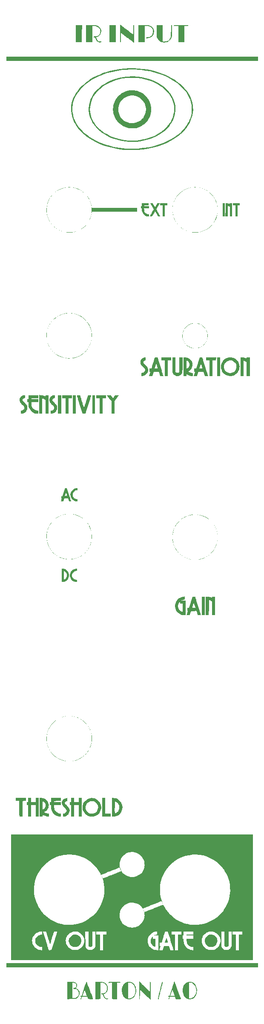
<source format=gto>
G04 #@! TF.GenerationSoftware,KiCad,Pcbnew,6.0.2-378541a8eb~116~ubuntu20.04.1*
G04 #@! TF.CreationDate,2022-03-12T15:32:27-05:00*
G04 #@! TF.ProjectId,irinput_panel,6972696e-7075-4745-9f70-616e656c2e6b,rev?*
G04 #@! TF.SameCoordinates,Original*
G04 #@! TF.FileFunction,Legend,Top*
G04 #@! TF.FilePolarity,Positive*
%FSLAX46Y46*%
G04 Gerber Fmt 4.6, Leading zero omitted, Abs format (unit mm)*
G04 Created by KiCad (PCBNEW 6.0.2-378541a8eb~116~ubuntu20.04.1) date 2022-03-12 15:32:27*
%MOMM*%
%LPD*%
G01*
G04 APERTURE LIST*
G04 APERTURE END LIST*
G04 #@! TO.C,GRAF2*
G36*
X11650636Y-111673901D02*
G01*
X11667926Y-111583954D01*
X11785502Y-111129380D01*
X11949342Y-110692571D01*
X12156993Y-110276717D01*
X12406002Y-109885008D01*
X12693915Y-109520634D01*
X13018280Y-109186784D01*
X13376644Y-108886647D01*
X13766553Y-108623413D01*
X14075578Y-108453440D01*
X14510626Y-108263731D01*
X14959011Y-108122041D01*
X15417195Y-108028421D01*
X15881643Y-107982922D01*
X16348815Y-107985593D01*
X16815177Y-108036485D01*
X17277190Y-108135648D01*
X17731317Y-108283132D01*
X18004697Y-108397643D01*
X18368657Y-108588971D01*
X18723679Y-108824634D01*
X19062469Y-109098143D01*
X19377731Y-109403008D01*
X19662171Y-109732740D01*
X19908494Y-110080849D01*
X19923291Y-110104405D01*
X20152196Y-110518111D01*
X20333938Y-110946147D01*
X20468989Y-111385041D01*
X20557819Y-111831321D01*
X20600900Y-112281515D01*
X20598702Y-112732152D01*
X20551696Y-113179760D01*
X20460353Y-113620867D01*
X20325144Y-114052001D01*
X20146540Y-114469691D01*
X19925011Y-114870464D01*
X19661029Y-115250850D01*
X19355064Y-115607376D01*
X19149383Y-115810386D01*
X18797139Y-116103574D01*
X18412942Y-116361512D01*
X18003910Y-116580464D01*
X17577159Y-116756690D01*
X17139808Y-116886453D01*
X17069570Y-116902600D01*
X16745537Y-116959168D01*
X16396289Y-116993738D01*
X16041975Y-117005280D01*
X15702744Y-116992761D01*
X15565360Y-116979588D01*
X15320986Y-116942598D01*
X15057356Y-116888167D01*
X14800469Y-116822054D01*
X14660294Y-116779142D01*
X14485314Y-116713765D01*
X14283996Y-116625854D01*
X14070890Y-116522802D01*
X13860545Y-116412000D01*
X13667510Y-116300841D01*
X13506336Y-116196715D01*
X13487158Y-116183131D01*
X13111258Y-115883029D01*
X12773369Y-115551412D01*
X12474750Y-115191462D01*
X12216662Y-114806364D01*
X12000362Y-114399301D01*
X11827109Y-113973455D01*
X11698164Y-113532010D01*
X11614785Y-113078149D01*
X11578231Y-112615055D01*
X11582578Y-112438212D01*
X11609579Y-112438212D01*
X11628370Y-112896764D01*
X11691506Y-113350561D01*
X11798532Y-113793330D01*
X11948992Y-114218799D01*
X12069514Y-114482401D01*
X12307622Y-114901780D01*
X12583450Y-115288292D01*
X12894440Y-115640109D01*
X13238035Y-115955407D01*
X13611680Y-116232359D01*
X14012816Y-116469140D01*
X14438887Y-116663924D01*
X14887337Y-116814886D01*
X15355607Y-116920199D01*
X15518619Y-116945247D01*
X15689552Y-116961393D01*
X15895418Y-116969705D01*
X16120956Y-116970503D01*
X16350904Y-116964108D01*
X16570002Y-116950838D01*
X16762990Y-116931015D01*
X16853454Y-116917262D01*
X17312636Y-116811283D01*
X17751725Y-116660709D01*
X18168294Y-116468235D01*
X18559914Y-116236557D01*
X18924157Y-115968370D01*
X19258595Y-115666369D01*
X19560799Y-115333249D01*
X19828342Y-114971705D01*
X20058795Y-114584432D01*
X20249729Y-114174126D01*
X20398718Y-113743481D01*
X20503332Y-113295193D01*
X20561144Y-112831957D01*
X20563346Y-112799500D01*
X20569687Y-112324428D01*
X20528583Y-111861485D01*
X20442293Y-111413092D01*
X20313079Y-110981672D01*
X20143202Y-110569646D01*
X19934921Y-110179438D01*
X19690498Y-109813468D01*
X19412194Y-109474158D01*
X19102269Y-109163932D01*
X18762984Y-108885210D01*
X18396600Y-108640415D01*
X18005378Y-108431969D01*
X17591577Y-108262293D01*
X17157460Y-108133810D01*
X16705287Y-108048942D01*
X16237318Y-108010111D01*
X16090691Y-108007800D01*
X15612855Y-108032528D01*
X15147346Y-108105794D01*
X14696788Y-108226217D01*
X14263803Y-108392420D01*
X13851014Y-108603022D01*
X13461045Y-108856645D01*
X13096519Y-109151910D01*
X12760059Y-109487437D01*
X12454288Y-109861848D01*
X12387580Y-109954740D01*
X12300906Y-110090049D01*
X12204321Y-110260039D01*
X12104445Y-110451300D01*
X12007897Y-110650423D01*
X11921296Y-110843999D01*
X11851261Y-111018619D01*
X11823830Y-111096743D01*
X11706854Y-111531930D01*
X11635589Y-111981177D01*
X11609579Y-112438212D01*
X11582578Y-112438212D01*
X11589762Y-112145911D01*
X11650636Y-111673901D01*
G37*
G36*
X35919361Y-203749914D02*
G01*
X35943026Y-203748894D01*
X36032657Y-203746247D01*
X36514847Y-202299740D01*
X36614021Y-202003727D01*
X36704464Y-201736783D01*
X36785258Y-201501495D01*
X36855484Y-201300449D01*
X36914224Y-201136232D01*
X36960558Y-201011431D01*
X36993569Y-200928632D01*
X37012337Y-200890422D01*
X37015992Y-200888629D01*
X37028180Y-200918287D01*
X37056293Y-200990575D01*
X37098616Y-201100934D01*
X37153438Y-201244811D01*
X37219044Y-201417647D01*
X37293722Y-201614889D01*
X37375759Y-201831978D01*
X37463441Y-202064360D01*
X37555055Y-202307478D01*
X37648889Y-202556776D01*
X37743228Y-202807699D01*
X37836360Y-203055689D01*
X37926572Y-203296192D01*
X38012151Y-203524650D01*
X38091382Y-203736509D01*
X38162555Y-203927211D01*
X38223954Y-204092201D01*
X38273868Y-204226922D01*
X38310582Y-204326820D01*
X38332384Y-204387337D01*
X38337938Y-204404323D01*
X38313784Y-204409103D01*
X38246406Y-204413296D01*
X38143430Y-204416666D01*
X38012481Y-204418977D01*
X37861185Y-204419993D01*
X37831346Y-204420020D01*
X37324753Y-204420020D01*
X37243186Y-204203904D01*
X37161618Y-203987788D01*
X36110510Y-203987788D01*
X36051784Y-204172123D01*
X36000943Y-204308800D01*
X35950684Y-204399696D01*
X35902280Y-204443581D01*
X35857009Y-204439224D01*
X35820901Y-204394745D01*
X35809622Y-204352500D01*
X35820058Y-204295689D01*
X35854642Y-204210411D01*
X35901730Y-204104830D01*
X35927724Y-204035615D01*
X35933238Y-203993149D01*
X35918888Y-203967814D01*
X35885288Y-203949992D01*
X35871622Y-203944701D01*
X35814099Y-203910427D01*
X35795561Y-203859113D01*
X35795396Y-203851657D01*
X35805841Y-203794328D01*
X35833083Y-203771672D01*
X36184671Y-203771672D01*
X36250644Y-203787733D01*
X36298646Y-203793553D01*
X36386745Y-203798847D01*
X36504187Y-203803167D01*
X36640219Y-203806064D01*
X36707075Y-203806802D01*
X36855590Y-203807564D01*
X36960305Y-203806664D01*
X37028261Y-203803320D01*
X37066501Y-203796748D01*
X37082066Y-203786165D01*
X37082000Y-203770787D01*
X37080061Y-203765316D01*
X37066414Y-203729738D01*
X37037495Y-203653781D01*
X36996032Y-203544627D01*
X36944751Y-203409458D01*
X36886378Y-203255453D01*
X36845962Y-203148749D01*
X36784768Y-202987747D01*
X36729039Y-202842259D01*
X36681441Y-202719154D01*
X36644638Y-202625300D01*
X36621299Y-202567565D01*
X36614519Y-202552508D01*
X36602890Y-202568934D01*
X36577766Y-202627656D01*
X36541401Y-202722617D01*
X36496049Y-202847762D01*
X36443963Y-202997034D01*
X36392188Y-203150005D01*
X36184671Y-203771672D01*
X35833083Y-203771672D01*
X35843834Y-203762731D01*
X35919361Y-203749914D01*
G37*
G36*
X10515036Y-164443611D02*
G01*
X10685906Y-164448846D01*
X10821213Y-164460374D01*
X10936151Y-164481429D01*
X11045915Y-164515246D01*
X11165700Y-164565059D01*
X11232888Y-164596396D01*
X11354241Y-164662425D01*
X11465982Y-164743156D01*
X11584936Y-164851114D01*
X11614373Y-164880396D01*
X11795175Y-165094620D01*
X11927608Y-165324134D01*
X12011536Y-165568626D01*
X12046825Y-165827783D01*
X12048048Y-165887788D01*
X12023471Y-166135106D01*
X11952869Y-166377986D01*
X11840940Y-166608358D01*
X11692380Y-166818150D01*
X11511886Y-166999292D01*
X11323728Y-167132497D01*
X11153833Y-167231855D01*
X11213203Y-167278305D01*
X11338456Y-167357540D01*
X11497135Y-167430520D01*
X11671815Y-167491292D01*
X11845072Y-167533901D01*
X11999481Y-167552394D01*
X12016266Y-167552712D01*
X12098899Y-167553154D01*
X12098899Y-168163364D01*
X11974009Y-168163364D01*
X11749663Y-168144300D01*
X11510015Y-168090477D01*
X11271393Y-168006951D01*
X11050129Y-167898775D01*
X10978688Y-167855301D01*
X10902162Y-167806833D01*
X10843618Y-167771609D01*
X10814787Y-167756667D01*
X10814057Y-167756557D01*
X10808551Y-167779975D01*
X10804406Y-167842206D01*
X10802321Y-167931216D01*
X10802202Y-167959960D01*
X10802202Y-168163364D01*
X10191662Y-168163364D01*
X10196734Y-166714797D01*
X10802202Y-166714797D01*
X10897548Y-166675198D01*
X10982644Y-166634192D01*
X11072384Y-166582915D01*
X11089697Y-166571829D01*
X11221199Y-166456247D01*
X11324333Y-166307096D01*
X11395585Y-166135169D01*
X11431445Y-165951259D01*
X11428399Y-165766158D01*
X11396813Y-165628066D01*
X11326914Y-165479114D01*
X11225769Y-165340424D01*
X11103915Y-165222628D01*
X10971890Y-165136361D01*
X10872122Y-165098644D01*
X10802202Y-165081375D01*
X10802202Y-166714797D01*
X10196734Y-166714797D01*
X10198183Y-166300951D01*
X10202454Y-165081375D01*
X10204705Y-164438539D01*
X10515036Y-164443611D01*
G37*
G36*
X31918018Y-46210311D02*
G01*
X31918018Y-46642543D01*
X30989990Y-46656403D01*
X30989990Y-46782383D01*
X31930731Y-46782383D01*
X31930731Y-47240040D01*
X30984223Y-47240040D01*
X30994140Y-47500651D01*
X31002025Y-47638182D01*
X31015200Y-47739518D01*
X31036266Y-47819245D01*
X31061777Y-47879804D01*
X31177706Y-48061454D01*
X31330836Y-48211363D01*
X31515764Y-48325551D01*
X31727086Y-48400041D01*
X31784806Y-48412253D01*
X31956156Y-48443825D01*
X31956156Y-48867268D01*
X31822673Y-48865594D01*
X31715232Y-48857202D01*
X31598114Y-48837926D01*
X31552205Y-48827082D01*
X31322399Y-48739646D01*
X31105942Y-48606178D01*
X30939139Y-48460977D01*
X30784478Y-48280509D01*
X30672650Y-48090551D01*
X30600269Y-47882471D01*
X30563951Y-47647638D01*
X30558060Y-47489549D01*
X30557758Y-47243262D01*
X30475125Y-47235295D01*
X30392493Y-47227328D01*
X30392493Y-46795095D01*
X30475125Y-46787128D01*
X30557758Y-46779161D01*
X30557758Y-46196767D01*
X31918018Y-46210311D01*
G37*
G36*
X26229612Y-10693671D02*
G01*
X26288956Y-10738082D01*
X26381311Y-10808869D01*
X26503287Y-10903385D01*
X26651496Y-11018985D01*
X26822549Y-11153023D01*
X27013056Y-11302854D01*
X27219630Y-11465832D01*
X27438880Y-11639313D01*
X27508880Y-11694801D01*
X27731432Y-11871030D01*
X27942414Y-12037588D01*
X28138431Y-12191828D01*
X28316086Y-12331101D01*
X28471983Y-12452759D01*
X28602728Y-12554156D01*
X28704924Y-12632642D01*
X28775175Y-12685571D01*
X28810087Y-12710295D01*
X28813197Y-12711818D01*
X28818288Y-12687342D01*
X28822389Y-12616964D01*
X28825434Y-12505623D01*
X28827355Y-12358259D01*
X28828086Y-12179812D01*
X28827561Y-11975222D01*
X28825910Y-11768032D01*
X28823507Y-11523170D01*
X28822005Y-11324224D01*
X28821581Y-11166261D01*
X28822409Y-11044351D01*
X28824666Y-10953564D01*
X28828529Y-10888968D01*
X28834172Y-10845633D01*
X28841772Y-10818628D01*
X28851505Y-10803021D01*
X28860611Y-10795639D01*
X28915190Y-10781107D01*
X28949600Y-10795592D01*
X28958276Y-10803568D01*
X28965781Y-10818147D01*
X28972214Y-10842892D01*
X28977679Y-10881367D01*
X28982277Y-10937137D01*
X28986109Y-11013765D01*
X28989278Y-11114817D01*
X28991886Y-11243856D01*
X28994034Y-11404447D01*
X28995824Y-11600154D01*
X28997358Y-11834540D01*
X28998738Y-12111171D01*
X29000065Y-12433610D01*
X29000625Y-12581598D01*
X29001445Y-12875420D01*
X29001697Y-13153794D01*
X29001410Y-13412633D01*
X29000613Y-13647850D01*
X28999336Y-13855360D01*
X28997609Y-14031074D01*
X28995461Y-14170907D01*
X28992921Y-14270771D01*
X28990020Y-14326581D01*
X28987912Y-14337296D01*
X28965115Y-14321578D01*
X28905812Y-14276980D01*
X28813399Y-14206144D01*
X28691274Y-14111712D01*
X28542832Y-13996325D01*
X28371470Y-13862626D01*
X28180584Y-13713256D01*
X27973571Y-13550857D01*
X27753827Y-13378071D01*
X27684685Y-13323624D01*
X26400701Y-12312195D01*
X26387988Y-13252862D01*
X26384622Y-13496294D01*
X26381541Y-13693891D01*
X26378405Y-13850663D01*
X26374875Y-13971622D01*
X26370609Y-14061779D01*
X26365267Y-14126145D01*
X26358511Y-14169732D01*
X26349998Y-14197550D01*
X26339389Y-14214611D01*
X26326345Y-14225926D01*
X26321720Y-14229072D01*
X26276203Y-14250743D01*
X26238673Y-14235854D01*
X26220018Y-14219446D01*
X26210641Y-14209104D01*
X26202590Y-14194554D01*
X26195783Y-14172163D01*
X26190137Y-14138303D01*
X26185570Y-14089343D01*
X26181997Y-14021653D01*
X26179337Y-13931603D01*
X26177507Y-13815562D01*
X26176423Y-13669902D01*
X26176002Y-13490991D01*
X26176163Y-13275200D01*
X26176821Y-13018898D01*
X26177894Y-12718456D01*
X26179068Y-12426277D01*
X26180564Y-12133232D01*
X26182541Y-11855593D01*
X26184936Y-11597464D01*
X26187683Y-11362952D01*
X26190718Y-11156162D01*
X26193976Y-10981198D01*
X26197392Y-10842167D01*
X26200901Y-10743173D01*
X26204439Y-10688322D01*
X26206667Y-10678279D01*
X26229612Y-10693671D01*
G37*
G36*
X36475526Y-10795631D02*
G01*
X36486451Y-10805481D01*
X36495435Y-10823006D01*
X36502667Y-10852828D01*
X36508333Y-10899570D01*
X36512623Y-10967854D01*
X36515725Y-11062302D01*
X36517826Y-11187537D01*
X36519115Y-11348180D01*
X36519779Y-11548855D01*
X36520008Y-11794182D01*
X36520020Y-11888794D01*
X36519853Y-12169250D01*
X36518907Y-12404495D01*
X36516514Y-12600166D01*
X36512009Y-12761902D01*
X36504723Y-12895344D01*
X36493989Y-13006128D01*
X36479140Y-13099894D01*
X36459510Y-13182281D01*
X36434431Y-13258928D01*
X36403235Y-13335473D01*
X36365257Y-13417555D01*
X36330754Y-13488522D01*
X36194533Y-13710237D01*
X36020428Y-13899840D01*
X35812278Y-14054285D01*
X35573922Y-14170528D01*
X35402316Y-14224743D01*
X35253945Y-14249980D01*
X35075111Y-14261299D01*
X34884183Y-14258971D01*
X34699527Y-14243271D01*
X34539511Y-14214470D01*
X34528970Y-14211778D01*
X34277648Y-14121053D01*
X34055001Y-13988896D01*
X33862757Y-13816997D01*
X33702642Y-13607046D01*
X33576384Y-13360733D01*
X33529443Y-13233534D01*
X33515463Y-13189471D01*
X33503857Y-13146783D01*
X33494359Y-13100331D01*
X33486703Y-13044973D01*
X33480623Y-12975570D01*
X33475854Y-12886981D01*
X33472128Y-12774066D01*
X33469179Y-12631684D01*
X33466743Y-12454695D01*
X33464552Y-12237958D01*
X33462340Y-11976333D01*
X33461967Y-11930025D01*
X33452928Y-10804494D01*
X34071159Y-10811306D01*
X34689390Y-10818119D01*
X34695933Y-12436073D01*
X34702477Y-14054027D01*
X34759497Y-14069309D01*
X34839457Y-14080873D01*
X34953310Y-14085096D01*
X35084717Y-14082565D01*
X35217343Y-14073867D01*
X35334849Y-14059587D01*
X35400412Y-14046311D01*
X35627679Y-13962377D01*
X35825305Y-13837367D01*
X35991456Y-13672782D01*
X36124295Y-13470121D01*
X36137747Y-13443646D01*
X36177966Y-13361477D01*
X36211479Y-13288615D01*
X36238970Y-13219507D01*
X36261120Y-13148600D01*
X36278612Y-13070340D01*
X36292127Y-12979175D01*
X36302349Y-12869552D01*
X36309958Y-12735918D01*
X36315639Y-12572719D01*
X36320072Y-12374403D01*
X36323940Y-12135417D01*
X36327221Y-11901437D01*
X36330978Y-11637853D01*
X36334487Y-11420537D01*
X36337993Y-11244908D01*
X36341742Y-11106386D01*
X36345979Y-11000389D01*
X36350950Y-10922338D01*
X36356901Y-10867651D01*
X36364078Y-10831748D01*
X36372725Y-10810048D01*
X36383090Y-10797971D01*
X36386537Y-10795561D01*
X36441186Y-10781133D01*
X36475526Y-10795631D01*
G37*
G36*
X43067067Y-128118319D02*
G01*
X42456857Y-128118319D01*
X42456857Y-124406207D01*
X43067067Y-124406207D01*
X43067067Y-128118319D01*
G37*
G36*
X17708616Y-102827328D02*
G01*
X17733716Y-102858393D01*
X17742488Y-102918649D01*
X17743371Y-103013196D01*
X17743343Y-103034984D01*
X17743343Y-103249948D01*
X17647998Y-103264843D01*
X17414328Y-103319429D01*
X17218028Y-103405272D01*
X17054833Y-103524431D01*
X17002752Y-103576546D01*
X16877887Y-103746294D01*
X16799820Y-103929714D01*
X16768529Y-104120638D01*
X16783992Y-104312897D01*
X16846185Y-104500325D01*
X16955087Y-104676751D01*
X17006968Y-104737739D01*
X17139237Y-104850722D01*
X17305120Y-104945322D01*
X17488379Y-105013179D01*
X17584435Y-105034995D01*
X17743343Y-105062891D01*
X17743343Y-105489690D01*
X17635285Y-105487669D01*
X17549623Y-105480849D01*
X17442646Y-105465401D01*
X17368640Y-105451193D01*
X17141169Y-105376593D01*
X16930487Y-105258630D01*
X16742402Y-105103592D01*
X16582719Y-104917769D01*
X16457244Y-104707447D01*
X16371784Y-104478915D01*
X16342797Y-104340208D01*
X16331556Y-104099580D01*
X16367389Y-103865518D01*
X16446541Y-103643044D01*
X16565259Y-103437177D01*
X16719788Y-103252938D01*
X16906374Y-103095347D01*
X17121264Y-102969423D01*
X17360704Y-102880188D01*
X17450951Y-102858270D01*
X17575672Y-102832367D01*
X17658748Y-102820352D01*
X17708616Y-102827328D01*
G37*
G36*
X22949199Y-164431376D02*
G01*
X23247948Y-164438539D01*
X23254500Y-165995846D01*
X23261052Y-167553154D01*
X24379379Y-167553154D01*
X24379379Y-168163364D01*
X22650451Y-168163364D01*
X22650451Y-164424212D01*
X22949199Y-164431376D01*
G37*
G36*
X36405606Y-77470871D02*
G01*
X35719119Y-77470871D01*
X35719119Y-80572773D01*
X35108909Y-80572773D01*
X35108909Y-77470871D01*
X34422423Y-77470871D01*
X34422423Y-76860661D01*
X36405606Y-76860661D01*
X36405606Y-77470871D01*
G37*
G36*
X40248344Y-125530290D02*
G01*
X40594438Y-124418919D01*
X40862338Y-124411726D01*
X41130239Y-124404532D01*
X41156861Y-124488002D01*
X41183225Y-124571297D01*
X41221263Y-124692384D01*
X41269550Y-124846673D01*
X41326664Y-125029575D01*
X41391179Y-125236502D01*
X41461671Y-125462864D01*
X41536716Y-125704072D01*
X41614890Y-125955537D01*
X41694769Y-126212670D01*
X41774928Y-126470883D01*
X41853943Y-126725586D01*
X41930391Y-126972190D01*
X42002846Y-127206107D01*
X42069885Y-127422747D01*
X42130083Y-127617521D01*
X42182016Y-127785841D01*
X42224261Y-127923117D01*
X42255392Y-128024761D01*
X42273986Y-128086182D01*
X42278879Y-128103308D01*
X42255065Y-128109011D01*
X42190059Y-128113718D01*
X42093520Y-128116970D01*
X41975104Y-128118308D01*
X41963033Y-128118319D01*
X41647187Y-128118319D01*
X41621248Y-128035686D01*
X41604145Y-127981006D01*
X41575613Y-127889576D01*
X41539332Y-127773201D01*
X41498985Y-127643684D01*
X41490258Y-127615656D01*
X41385206Y-127278260D01*
X40861633Y-127285126D01*
X40338059Y-127291992D01*
X40210531Y-127705156D01*
X40083002Y-128118319D01*
X39436456Y-128118319D01*
X39570264Y-127700155D01*
X39704073Y-127281992D01*
X39624860Y-127274279D01*
X39545646Y-127266567D01*
X39545646Y-126656357D01*
X39723947Y-126649008D01*
X39854106Y-126643644D01*
X40544437Y-126643644D01*
X40865012Y-126643644D01*
X40985926Y-126642227D01*
X41085914Y-126638356D01*
X41155408Y-126632602D01*
X41184835Y-126625533D01*
X41185220Y-126624575D01*
X41177604Y-126595653D01*
X41156553Y-126525908D01*
X41124416Y-126422855D01*
X41083544Y-126294008D01*
X41036285Y-126146884D01*
X41024260Y-126109710D01*
X40863666Y-125613914D01*
X40721117Y-126058859D01*
X40674366Y-126205673D01*
X40632120Y-126340006D01*
X40597236Y-126452639D01*
X40572571Y-126534353D01*
X40561503Y-126573724D01*
X40544437Y-126643644D01*
X39854106Y-126643644D01*
X39902249Y-126641660D01*
X40248344Y-125530290D01*
G37*
G36*
X40351740Y-200985413D02*
G01*
X40588467Y-201053803D01*
X40802586Y-201165286D01*
X40992275Y-201317819D01*
X41155710Y-201509356D01*
X41291070Y-201737853D01*
X41396532Y-202001266D01*
X41470271Y-202297549D01*
X41503981Y-202543497D01*
X41507942Y-202773554D01*
X41482038Y-203023035D01*
X41429780Y-203275969D01*
X41354678Y-203516380D01*
X41260242Y-203728295D01*
X41233011Y-203776660D01*
X41142259Y-203907138D01*
X41027029Y-204040111D01*
X40901685Y-204160784D01*
X40780590Y-204254362D01*
X40751863Y-204272260D01*
X40586338Y-204351150D01*
X40397984Y-204411409D01*
X40204100Y-204449231D01*
X40021984Y-204460810D01*
X39927027Y-204453784D01*
X39676420Y-204393892D01*
X39447141Y-204289640D01*
X39411118Y-204264090D01*
X39888889Y-204264090D01*
X39958809Y-204275169D01*
X40047856Y-204280103D01*
X40163719Y-204274619D01*
X40283892Y-204260679D01*
X40385867Y-204240240D01*
X40397398Y-204236976D01*
X40609913Y-204147676D01*
X40803480Y-204013794D01*
X40974608Y-203839189D01*
X41119810Y-203627723D01*
X41235598Y-203383256D01*
X41277284Y-203263164D01*
X41296710Y-203189761D01*
X41310268Y-203108233D01*
X41318857Y-203007981D01*
X41323374Y-202878405D01*
X41324720Y-202708906D01*
X41324721Y-202703804D01*
X41323446Y-202533110D01*
X41319024Y-202402619D01*
X41310554Y-202301730D01*
X41297139Y-202219845D01*
X41277879Y-202146364D01*
X41277284Y-202144445D01*
X41176382Y-201887456D01*
X41044461Y-201660891D01*
X40885224Y-201469434D01*
X40702377Y-201317765D01*
X40558221Y-201235843D01*
X40465197Y-201195414D01*
X40383163Y-201169711D01*
X40293263Y-201154640D01*
X40176644Y-201146106D01*
X40136787Y-201144337D01*
X39888889Y-201134226D01*
X39888889Y-204264090D01*
X39411118Y-204264090D01*
X39241638Y-204143885D01*
X39062360Y-203959483D01*
X38911756Y-203739292D01*
X38792273Y-203486168D01*
X38706360Y-203202967D01*
X38666854Y-202983484D01*
X38647886Y-202694612D01*
X38665224Y-202405010D01*
X38717064Y-202126929D01*
X38801599Y-201872622D01*
X38844278Y-201780072D01*
X38992321Y-201534538D01*
X39166499Y-201331329D01*
X39365250Y-201171466D01*
X39436755Y-201134226D01*
X39587014Y-201055970D01*
X39830232Y-200985862D01*
X40093342Y-200962163D01*
X40094229Y-200962163D01*
X40351740Y-200985413D01*
G37*
G36*
X14800350Y-118844784D02*
G01*
X15062188Y-118881597D01*
X15296295Y-118959901D01*
X15507047Y-119081749D01*
X15698820Y-119249198D01*
X15728442Y-119280805D01*
X15885653Y-119487996D01*
X15996900Y-119711127D01*
X16062344Y-119944738D01*
X16082148Y-120183370D01*
X16056477Y-120421561D01*
X15985492Y-120653852D01*
X15869357Y-120874783D01*
X15708235Y-121078892D01*
X15673716Y-121114168D01*
X15470950Y-121282281D01*
X15249587Y-121403320D01*
X15007992Y-121477951D01*
X14744531Y-121506842D01*
X14711361Y-121507267D01*
X14565165Y-121507708D01*
X14565165Y-120170117D01*
X14997398Y-120170117D01*
X14998168Y-120438747D01*
X15000483Y-120656674D01*
X15004346Y-120824025D01*
X15009760Y-120940925D01*
X15016730Y-121007498D01*
X15023668Y-121024625D01*
X15059531Y-121013846D01*
X15123776Y-120986124D01*
X15175371Y-120961064D01*
X15340872Y-120851034D01*
X15471027Y-120711259D01*
X15565404Y-120548965D01*
X15623569Y-120371377D01*
X15645091Y-120185721D01*
X15629536Y-119999222D01*
X15576473Y-119819106D01*
X15485469Y-119652600D01*
X15356091Y-119506928D01*
X15266592Y-119437061D01*
X15184744Y-119386407D01*
X15108408Y-119347428D01*
X15067317Y-119332350D01*
X14997398Y-119315609D01*
X14997398Y-120170117D01*
X14565165Y-120170117D01*
X14565165Y-118830567D01*
X14800350Y-118844784D01*
G37*
G36*
X11590827Y-72198020D02*
G01*
X11653064Y-71730665D01*
X11668087Y-71654257D01*
X11786629Y-71201286D01*
X11950714Y-70766452D01*
X12157596Y-70352862D01*
X12404530Y-69963625D01*
X12688769Y-69601846D01*
X13007569Y-69270633D01*
X13358183Y-68973093D01*
X13737865Y-68712333D01*
X14143871Y-68491460D01*
X14573455Y-68313582D01*
X14640556Y-68290533D01*
X15109902Y-68158874D01*
X15578635Y-68078041D01*
X16047167Y-68048035D01*
X16515911Y-68068857D01*
X16985279Y-68140506D01*
X17455684Y-68262983D01*
X17545624Y-68292137D01*
X17978967Y-68463570D01*
X18391423Y-68680099D01*
X18779472Y-68939027D01*
X19139595Y-69237657D01*
X19468275Y-69573293D01*
X19761993Y-69943238D01*
X19831955Y-70044349D01*
X20075749Y-70450723D01*
X20272553Y-70871479D01*
X20423031Y-71303287D01*
X20527844Y-71742816D01*
X20587654Y-72186735D01*
X20603126Y-72631712D01*
X20574920Y-73074417D01*
X20503701Y-73511520D01*
X20390130Y-73939688D01*
X20234870Y-74355591D01*
X20038584Y-74755898D01*
X19801933Y-75137278D01*
X19525582Y-75496401D01*
X19210192Y-75829934D01*
X18856427Y-76134548D01*
X18581149Y-76332219D01*
X18181830Y-76567491D01*
X17758712Y-76760436D01*
X17317422Y-76909664D01*
X16863586Y-77013784D01*
X16402831Y-77071404D01*
X15940782Y-77081134D01*
X15635757Y-77060427D01*
X15168846Y-76986547D01*
X14714472Y-76864992D01*
X14276432Y-76697903D01*
X13858522Y-76487420D01*
X13464536Y-76235685D01*
X13098272Y-75944837D01*
X12763525Y-75617019D01*
X12486409Y-75284285D01*
X12222281Y-74891825D01*
X12002014Y-74476414D01*
X11826530Y-74042134D01*
X11696748Y-73593070D01*
X11613590Y-73133307D01*
X11578072Y-72668179D01*
X11608051Y-72668179D01*
X11639011Y-73105859D01*
X11712561Y-73539662D01*
X11828894Y-73966150D01*
X11988204Y-74381884D01*
X12190685Y-74783427D01*
X12436531Y-75167340D01*
X12725935Y-75530185D01*
X12845305Y-75659673D01*
X13197319Y-75991826D01*
X13573816Y-76279421D01*
X13974677Y-76522409D01*
X14399786Y-76720737D01*
X14849027Y-76874354D01*
X15322283Y-76983209D01*
X15819437Y-77047251D01*
X16029791Y-77060527D01*
X16085030Y-77059864D01*
X16178226Y-77055481D01*
X16296680Y-77048090D01*
X16427691Y-77038404D01*
X16436598Y-77037691D01*
X16906268Y-76975344D01*
X17359450Y-76866652D01*
X17793563Y-76714020D01*
X18206020Y-76519852D01*
X18594240Y-76286553D01*
X18955638Y-76016527D01*
X19287630Y-75712179D01*
X19587632Y-75375914D01*
X19853061Y-75010136D01*
X20081334Y-74617248D01*
X20269865Y-74199657D01*
X20416072Y-73759766D01*
X20517370Y-73299980D01*
X20528492Y-73229709D01*
X20551788Y-73019057D01*
X20564988Y-72776039D01*
X20568104Y-72518126D01*
X20561146Y-72262787D01*
X20544127Y-72027493D01*
X20527597Y-71893059D01*
X20434466Y-71436349D01*
X20295999Y-70997908D01*
X20114945Y-70580272D01*
X19894050Y-70185973D01*
X19636063Y-69817547D01*
X19343732Y-69477528D01*
X19019805Y-69168450D01*
X18667030Y-68892847D01*
X18288154Y-68653255D01*
X17885925Y-68452206D01*
X17463092Y-68292237D01*
X17022402Y-68175880D01*
X16566604Y-68105670D01*
X16406921Y-68092650D01*
X15918599Y-68086191D01*
X15441849Y-68128596D01*
X14978645Y-68219230D01*
X14530959Y-68357456D01*
X14100767Y-68542639D01*
X13690039Y-68774142D01*
X13300751Y-69051329D01*
X13213943Y-69121904D01*
X12870322Y-69439756D01*
X12567547Y-69784676D01*
X12305810Y-70153225D01*
X12085305Y-70541964D01*
X11906226Y-70947455D01*
X11768768Y-71366261D01*
X11673123Y-71794942D01*
X11619486Y-72230061D01*
X11608051Y-72668179D01*
X11578072Y-72668179D01*
X11577976Y-72666928D01*
X11590827Y-72198020D01*
G37*
G36*
X30175008Y-201018356D02*
G01*
X30228461Y-201068529D01*
X30313778Y-201150051D01*
X30426540Y-201258641D01*
X30562331Y-201390016D01*
X30716732Y-201539896D01*
X30885327Y-201703998D01*
X31063696Y-201878043D01*
X31243491Y-202053896D01*
X32137656Y-202929514D01*
X32131995Y-201968818D01*
X32130632Y-201711989D01*
X32130179Y-201501704D01*
X32131116Y-201333655D01*
X32133922Y-201203538D01*
X32139075Y-201107046D01*
X32147054Y-201039873D01*
X32158338Y-200997714D01*
X32173407Y-200976263D01*
X32192738Y-200971214D01*
X32216810Y-200978260D01*
X32240822Y-200990257D01*
X32249756Y-200997072D01*
X32257450Y-201009643D01*
X32263997Y-201031542D01*
X32269490Y-201066340D01*
X32274021Y-201117610D01*
X32277680Y-201188924D01*
X32280562Y-201283854D01*
X32282757Y-201405973D01*
X32284359Y-201558854D01*
X32285459Y-201746067D01*
X32286149Y-201971185D01*
X32286521Y-202237781D01*
X32286668Y-202549428D01*
X32286687Y-202768262D01*
X32286418Y-203061729D01*
X32285640Y-203339761D01*
X32284399Y-203598265D01*
X32282739Y-203833145D01*
X32280704Y-204040308D01*
X32278339Y-204215658D01*
X32275688Y-204355102D01*
X32272797Y-204454545D01*
X32269709Y-204509893D01*
X32267618Y-204520284D01*
X32246372Y-204502777D01*
X32192061Y-204452919D01*
X32108002Y-204373880D01*
X31997512Y-204268835D01*
X31863910Y-204140956D01*
X31710512Y-203993415D01*
X31540636Y-203829387D01*
X31357599Y-203652044D01*
X31218819Y-203517205D01*
X31028339Y-203332214D01*
X30848628Y-203158248D01*
X30683002Y-202998480D01*
X30534778Y-202856080D01*
X30407271Y-202734222D01*
X30303799Y-202636077D01*
X30227677Y-202564817D01*
X30182221Y-202523614D01*
X30170330Y-202514339D01*
X30165917Y-202538550D01*
X30161520Y-202608035D01*
X30157289Y-202717220D01*
X30153375Y-202860528D01*
X30149928Y-203032383D01*
X30147097Y-203227211D01*
X30145035Y-203439434D01*
X30144904Y-203457448D01*
X30143013Y-203702818D01*
X30140981Y-203902245D01*
X30138551Y-204060634D01*
X30135468Y-204182894D01*
X30131477Y-204273930D01*
X30126321Y-204338649D01*
X30119744Y-204381959D01*
X30111491Y-204408765D01*
X30101306Y-204423976D01*
X30094221Y-204429539D01*
X30073698Y-204441625D01*
X30055944Y-204447982D01*
X30040777Y-204445324D01*
X30028011Y-204430360D01*
X30017465Y-204399805D01*
X30008954Y-204350368D01*
X30002294Y-204278763D01*
X29997303Y-204181700D01*
X29993796Y-204055893D01*
X29991589Y-203898053D01*
X29990500Y-203704891D01*
X29990345Y-203473120D01*
X29990939Y-203199451D01*
X29992100Y-202880596D01*
X29993188Y-202620157D01*
X30000689Y-200858433D01*
X30175008Y-201018356D01*
G37*
G36*
X53618619Y-198089089D02*
G01*
X3581382Y-198089089D01*
X3581382Y-197300901D01*
X53618619Y-197300901D01*
X53618619Y-198089089D01*
G37*
G36*
X14412613Y-165035178D02*
G01*
X13757908Y-165041964D01*
X13103203Y-165048749D01*
X13095337Y-165143669D01*
X13087472Y-165238590D01*
X13756399Y-165245371D01*
X14425325Y-165252153D01*
X14439603Y-165875075D01*
X13083183Y-165875075D01*
X13097559Y-166199250D01*
X13109379Y-166383882D01*
X13129054Y-166531580D01*
X13160535Y-166656112D01*
X13207776Y-166771244D01*
X13274727Y-166890743D01*
X13313453Y-166951306D01*
X13471478Y-167146523D01*
X13664189Y-167305200D01*
X13889930Y-167426366D01*
X14147046Y-167509051D01*
X14317267Y-167540001D01*
X14438038Y-167556269D01*
X14438038Y-168163364D01*
X14304555Y-168159554D01*
X14210615Y-168155237D01*
X14124954Y-168148646D01*
X14094795Y-168145196D01*
X13812602Y-168081054D01*
X13542530Y-167970546D01*
X13290416Y-167817771D01*
X13062099Y-167626824D01*
X12863417Y-167401803D01*
X12717802Y-167178984D01*
X12631043Y-167002811D01*
X12567256Y-166821069D01*
X12523459Y-166621569D01*
X12496673Y-166392121D01*
X12487626Y-166237388D01*
X12472508Y-165875075D01*
X12276877Y-165875075D01*
X12276877Y-165239440D01*
X12478989Y-165239440D01*
X12485991Y-164838989D01*
X12492993Y-164438539D01*
X14412613Y-164425215D01*
X14412613Y-165035178D01*
G37*
G36*
X48482683Y-48867268D02*
G01*
X48050451Y-48867268D01*
X48050451Y-46912098D01*
X47967818Y-46850242D01*
X47834546Y-46764768D01*
X47700030Y-46703103D01*
X47675426Y-46694901D01*
X47618218Y-46677254D01*
X47618218Y-48867268D01*
X47160107Y-48867268D01*
X47166690Y-47538789D01*
X47173273Y-46210311D01*
X47402102Y-46217878D01*
X47576197Y-46231646D01*
X47733464Y-46264073D01*
X47839341Y-46297017D01*
X48047750Y-46368587D01*
X48055457Y-46289449D01*
X48063163Y-46210311D01*
X48482683Y-46195541D01*
X48482683Y-48867268D01*
G37*
G36*
X33982335Y-46200505D02*
G01*
X34059098Y-46208812D01*
X34091239Y-46221899D01*
X34091892Y-46224410D01*
X34079592Y-46252830D01*
X34044957Y-46318979D01*
X33991386Y-46416728D01*
X33922278Y-46539948D01*
X33841031Y-46682508D01*
X33761361Y-46820521D01*
X33672146Y-46975275D01*
X33592056Y-47116293D01*
X33524494Y-47237413D01*
X33472862Y-47332474D01*
X33440562Y-47395314D01*
X33430831Y-47419123D01*
X33443199Y-47447533D01*
X33478258Y-47514296D01*
X33532940Y-47613917D01*
X33604176Y-47740906D01*
X33688899Y-47889769D01*
X33784040Y-48055014D01*
X33837638Y-48147355D01*
X33936843Y-48318115D01*
X34027301Y-48474432D01*
X34105966Y-48610990D01*
X34169790Y-48722475D01*
X34215725Y-48803572D01*
X34240723Y-48848966D01*
X34244445Y-48856776D01*
X34220837Y-48861190D01*
X34157283Y-48864593D01*
X34064682Y-48866543D01*
X33996547Y-48866827D01*
X33748649Y-48866387D01*
X33457533Y-48358330D01*
X33166418Y-47850273D01*
X33043959Y-48060022D01*
X32981557Y-48167331D01*
X32904117Y-48301132D01*
X32821837Y-48443773D01*
X32750290Y-48568238D01*
X32579079Y-48866706D01*
X32331181Y-48866987D01*
X32225908Y-48866108D01*
X32142836Y-48863513D01*
X32092864Y-48859653D01*
X32083283Y-48856782D01*
X32095567Y-48833052D01*
X32130393Y-48770686D01*
X32184727Y-48674994D01*
X32255532Y-48551290D01*
X32339771Y-48404885D01*
X32434409Y-48241091D01*
X32490090Y-48145004D01*
X32589353Y-47973092D01*
X32679857Y-47814822D01*
X32758549Y-47675655D01*
X32822376Y-47561049D01*
X32868286Y-47476465D01*
X32893225Y-47427362D01*
X32896897Y-47417518D01*
X32884577Y-47389276D01*
X32849889Y-47323324D01*
X32796239Y-47225787D01*
X32727034Y-47102787D01*
X32645683Y-46960450D01*
X32566366Y-46823401D01*
X32477078Y-46668905D01*
X32396934Y-46528160D01*
X32329344Y-46407326D01*
X32277721Y-46312562D01*
X32245475Y-46250029D01*
X32235836Y-46226538D01*
X32259929Y-46210566D01*
X32332771Y-46200957D01*
X32455209Y-46197604D01*
X32461552Y-46197598D01*
X32577864Y-46199680D01*
X32653794Y-46207031D01*
X32699685Y-46221309D01*
X32722162Y-46239358D01*
X32746981Y-46275507D01*
X32791660Y-46346705D01*
X32850681Y-46443937D01*
X32918528Y-46558185D01*
X32947748Y-46608078D01*
X33016230Y-46723227D01*
X33077180Y-46821478D01*
X33125504Y-46894942D01*
X33156110Y-46935728D01*
X33162835Y-46941342D01*
X33183313Y-46922691D01*
X33223678Y-46867108D01*
X33278993Y-46782040D01*
X33344321Y-46674934D01*
X33381241Y-46611910D01*
X33451233Y-46491877D01*
X33514484Y-46385421D01*
X33565670Y-46301352D01*
X33599470Y-46248478D01*
X33607856Y-46236885D01*
X33638141Y-46216583D01*
X33694175Y-46204271D01*
X33785413Y-46198511D01*
X33866176Y-46197598D01*
X33982335Y-46200505D01*
G37*
G36*
X26975508Y-203962288D02*
G01*
X26830308Y-203756724D01*
X26776706Y-203657258D01*
X26705116Y-203501657D01*
X26652844Y-203361128D01*
X26616519Y-203221071D01*
X26592773Y-203066886D01*
X26578233Y-202883975D01*
X26573330Y-202776298D01*
X26570277Y-202548600D01*
X26581879Y-202355702D01*
X26610896Y-202182964D01*
X26660088Y-202015743D01*
X26732215Y-201839401D01*
X26761969Y-201775776D01*
X26831160Y-201641161D01*
X26899046Y-201535020D01*
X26979758Y-201437377D01*
X27058752Y-201356185D01*
X27249345Y-201192514D01*
X27444342Y-201075642D01*
X27652928Y-201001741D01*
X27884293Y-200966985D01*
X28002503Y-200963086D01*
X28261425Y-200986292D01*
X28500595Y-201055794D01*
X28717782Y-201170151D01*
X28910756Y-201327921D01*
X29077289Y-201527664D01*
X29200223Y-201737071D01*
X29303824Y-201982837D01*
X29370897Y-202233024D01*
X29403853Y-202500053D01*
X29405260Y-202792793D01*
X29385391Y-203043017D01*
X29346222Y-203262085D01*
X29283546Y-203467399D01*
X29193153Y-203676364D01*
X29190062Y-203682683D01*
X29104947Y-203825921D01*
X28992539Y-203971933D01*
X28864571Y-204108198D01*
X28732777Y-204222194D01*
X28611627Y-204300026D01*
X28374216Y-204394663D01*
X28126483Y-204446953D01*
X27880276Y-204454863D01*
X27774577Y-204443622D01*
X27556244Y-204385597D01*
X27345564Y-204282310D01*
X27304657Y-204252463D01*
X27799099Y-204252463D01*
X27862663Y-204270404D01*
X27944232Y-204279974D01*
X28056605Y-204275896D01*
X28182162Y-204260049D01*
X28303284Y-204234310D01*
X28359077Y-204217499D01*
X28567386Y-204119620D01*
X28755368Y-203978006D01*
X28919493Y-203796917D01*
X29056233Y-203580614D01*
X29162058Y-203333358D01*
X29202236Y-203199600D01*
X29226823Y-203065269D01*
X29241877Y-202897950D01*
X29247388Y-202713819D01*
X29243344Y-202529052D01*
X29229733Y-202359826D01*
X29206544Y-202222316D01*
X29202930Y-202208008D01*
X29112649Y-201944138D01*
X28992054Y-201713094D01*
X28844231Y-201517568D01*
X28672262Y-201360252D01*
X28479234Y-201243840D01*
X28268228Y-201171023D01*
X28042331Y-201144495D01*
X27985654Y-201145338D01*
X27799099Y-201152853D01*
X27799099Y-204252463D01*
X27304657Y-204252463D01*
X27149622Y-204139345D01*
X26975508Y-203962288D01*
G37*
G36*
X11615548Y-46936988D02*
G01*
X11700977Y-46478632D01*
X11834834Y-46028487D01*
X11900914Y-45854355D01*
X12099905Y-45427888D01*
X12341162Y-45026541D01*
X12621495Y-44653327D01*
X12937713Y-44311257D01*
X13286623Y-44003345D01*
X13665037Y-43732601D01*
X14069762Y-43502039D01*
X14497608Y-43314671D01*
X14647765Y-43261344D01*
X15114040Y-43131457D01*
X15584326Y-43052071D01*
X16056687Y-43023188D01*
X16529186Y-43044806D01*
X16999890Y-43116927D01*
X17466861Y-43239549D01*
X17533616Y-43261344D01*
X17966713Y-43432559D01*
X18377210Y-43647321D01*
X18762166Y-43902437D01*
X19118644Y-44194713D01*
X19443702Y-44520956D01*
X19734403Y-44877972D01*
X19987807Y-45262568D01*
X20200974Y-45671550D01*
X20370965Y-46101725D01*
X20472879Y-46454781D01*
X20498477Y-46568186D01*
X20524729Y-46697986D01*
X20549367Y-46831263D01*
X20570125Y-46955098D01*
X20584732Y-47056572D01*
X20590922Y-47122768D01*
X20590991Y-47127466D01*
X20615990Y-47128612D01*
X20689281Y-47129724D01*
X20808306Y-47130797D01*
X20970506Y-47131824D01*
X21173323Y-47132799D01*
X21414197Y-47133715D01*
X21690571Y-47134568D01*
X21999885Y-47135349D01*
X22339582Y-47136054D01*
X22707102Y-47136676D01*
X23099887Y-47137209D01*
X23515379Y-47137647D01*
X23951018Y-47137983D01*
X24404247Y-47138211D01*
X24872506Y-47138326D01*
X25091291Y-47138339D01*
X29591592Y-47138339D01*
X29591592Y-47926527D01*
X20594650Y-47926527D01*
X20577877Y-48072723D01*
X20555850Y-48219665D01*
X20521288Y-48397509D01*
X20478183Y-48589070D01*
X20430527Y-48777159D01*
X20382314Y-48944591D01*
X20358335Y-49017821D01*
X20181408Y-49452219D01*
X19961488Y-49862681D01*
X19701690Y-50246486D01*
X19405127Y-50600912D01*
X19074912Y-50923240D01*
X18714159Y-51210749D01*
X18325982Y-51460718D01*
X17913494Y-51670427D01*
X17479810Y-51837155D01*
X17028041Y-51958182D01*
X16982473Y-51967569D01*
X16879928Y-51987131D01*
X16783204Y-52002879D01*
X16681600Y-52015978D01*
X16564411Y-52027592D01*
X16420934Y-52038884D01*
X16240468Y-52051017D01*
X16179680Y-52054860D01*
X16100033Y-52056469D01*
X15987066Y-52054434D01*
X15858146Y-52049213D01*
X15771840Y-52044181D01*
X15310562Y-51988439D01*
X14859340Y-51884433D01*
X14421959Y-51734362D01*
X14002203Y-51540426D01*
X13603854Y-51304823D01*
X13230698Y-51029752D01*
X12886517Y-50717411D01*
X12575096Y-50370001D01*
X12339492Y-50049550D01*
X12097273Y-49642328D01*
X11900645Y-49216164D01*
X11750012Y-48774938D01*
X11645780Y-48322529D01*
X11588355Y-47862815D01*
X11584908Y-47706497D01*
X11611615Y-47706497D01*
X11653143Y-48173750D01*
X11740591Y-48626555D01*
X11871931Y-49062380D01*
X12045135Y-49478694D01*
X12258173Y-49872964D01*
X12509018Y-50242658D01*
X12795640Y-50585244D01*
X13116011Y-50898191D01*
X13468103Y-51178965D01*
X13849888Y-51425036D01*
X14259335Y-51633871D01*
X14694417Y-51802938D01*
X15153106Y-51929705D01*
X15427811Y-51982631D01*
X15576576Y-51999603D01*
X15762941Y-52009765D01*
X15974326Y-52013428D01*
X16198148Y-52010900D01*
X16421827Y-52002492D01*
X16632781Y-51988513D01*
X16818429Y-51969274D01*
X16966189Y-51945082D01*
X16967868Y-51944723D01*
X17433065Y-51820208D01*
X17874980Y-51652901D01*
X18291411Y-51445310D01*
X18680156Y-51199942D01*
X19039012Y-50919307D01*
X19365779Y-50605911D01*
X19658253Y-50262264D01*
X19914233Y-49890874D01*
X20131517Y-49494248D01*
X20307903Y-49074895D01*
X20441188Y-48635323D01*
X20529172Y-48178041D01*
X20562529Y-47850251D01*
X20570293Y-47367644D01*
X20529417Y-46899088D01*
X20439479Y-46442473D01*
X20300052Y-45995690D01*
X20110713Y-45556627D01*
X20094426Y-45523824D01*
X19859868Y-45111784D01*
X19584876Y-44729494D01*
X19271855Y-44379310D01*
X18923215Y-44063591D01*
X18541361Y-43784695D01*
X18128703Y-43544979D01*
X18017245Y-43489640D01*
X17582355Y-43308662D01*
X17134589Y-43175675D01*
X16677886Y-43090679D01*
X16216179Y-43053676D01*
X15753406Y-43064664D01*
X15293501Y-43123644D01*
X14840402Y-43230616D01*
X14398044Y-43385580D01*
X14164137Y-43489640D01*
X13749551Y-43715829D01*
X13364948Y-43980680D01*
X13012492Y-44281019D01*
X12694347Y-44613670D01*
X12412675Y-44975456D01*
X12169639Y-45363203D01*
X11967404Y-45773735D01*
X11808132Y-46203875D01*
X11693987Y-46650448D01*
X11627132Y-47110279D01*
X11618036Y-47227328D01*
X11611615Y-47706497D01*
X11584908Y-47706497D01*
X11578143Y-47399675D01*
X11615548Y-46936988D01*
G37*
G36*
X43834972Y-124427532D02*
G01*
X44124434Y-124491938D01*
X44332775Y-124571474D01*
X44407873Y-124605179D01*
X44462046Y-124628225D01*
X44481251Y-124635035D01*
X44487003Y-124612288D01*
X44490451Y-124554741D01*
X44490891Y-124520621D01*
X44490891Y-124406207D01*
X45101101Y-124406207D01*
X45101101Y-128118319D01*
X44490891Y-128118319D01*
X44490891Y-125377782D01*
X44319269Y-125260795D01*
X44215789Y-125196373D01*
X44105817Y-125137493D01*
X44012233Y-125096349D01*
X44007808Y-125094771D01*
X43867968Y-125045734D01*
X43861415Y-126582026D01*
X43854861Y-128118319D01*
X43245045Y-128118319D01*
X43245045Y-124406207D01*
X43520658Y-124406207D01*
X43834972Y-124427532D01*
G37*
G36*
X53618619Y-17899099D02*
G01*
X3581382Y-17899099D01*
X3581382Y-17110911D01*
X53618619Y-17110911D01*
X53618619Y-17899099D01*
G37*
G36*
X41325426Y-79097111D02*
G01*
X41670269Y-77985242D01*
X42015113Y-76873374D01*
X42284856Y-76866177D01*
X42405931Y-76863797D01*
X42485507Y-76865223D01*
X42532872Y-76871706D01*
X42557314Y-76884497D01*
X42567965Y-76904315D01*
X42577541Y-76935437D01*
X42601039Y-77011203D01*
X42637243Y-77127708D01*
X42684939Y-77281051D01*
X42742911Y-77467329D01*
X42809945Y-77682639D01*
X42884826Y-77923078D01*
X42966339Y-78184744D01*
X43053270Y-78463733D01*
X43142017Y-78748490D01*
X43232696Y-79039581D01*
X43318828Y-79316402D01*
X43399234Y-79575143D01*
X43472735Y-79811994D01*
X43538153Y-80023146D01*
X43594306Y-80204788D01*
X43640017Y-80353111D01*
X43674106Y-80464304D01*
X43695395Y-80534557D01*
X43702703Y-80560051D01*
X43678887Y-80564883D01*
X43613877Y-80568871D01*
X43517325Y-80571628D01*
X43398885Y-80572764D01*
X43386616Y-80572773D01*
X43070528Y-80572773D01*
X42965638Y-80235886D01*
X42924910Y-80105128D01*
X42887448Y-79984945D01*
X42856943Y-79887179D01*
X42837089Y-79823666D01*
X42834640Y-79815857D01*
X42808533Y-79732715D01*
X41760019Y-79746447D01*
X41631711Y-80159283D01*
X41503404Y-80572118D01*
X41180027Y-80572446D01*
X41040623Y-80571394D01*
X40946065Y-80567508D01*
X40890397Y-80560191D01*
X40867664Y-80548842D01*
X40866932Y-80540991D01*
X40943908Y-80302270D01*
X41005420Y-80109783D01*
X41052092Y-79961529D01*
X41084548Y-79855504D01*
X41103410Y-79789705D01*
X41109309Y-79762428D01*
X41087317Y-79741507D01*
X41039390Y-79729067D01*
X40969470Y-79721021D01*
X40962331Y-79409560D01*
X40955192Y-79098098D01*
X41954860Y-79098098D01*
X42284855Y-79098098D01*
X42425668Y-79096947D01*
X42521601Y-79093100D01*
X42578580Y-79085965D01*
X42602533Y-79074952D01*
X42603546Y-79066317D01*
X42592760Y-79033109D01*
X42569383Y-78959350D01*
X42535933Y-78853046D01*
X42494928Y-78722200D01*
X42448885Y-78574816D01*
X42443689Y-78558155D01*
X42397617Y-78412911D01*
X42356110Y-78286773D01*
X42321632Y-78186848D01*
X42296646Y-78120244D01*
X42283616Y-78094067D01*
X42282819Y-78094092D01*
X42271726Y-78120989D01*
X42247861Y-78188972D01*
X42213710Y-78290621D01*
X42171758Y-78418514D01*
X42124488Y-78565229D01*
X42112681Y-78602254D01*
X41954860Y-79098098D01*
X40955192Y-79098098D01*
X41140309Y-79097605D01*
X41325426Y-79097111D01*
G37*
G36*
X46276819Y-78441159D02*
G01*
X46303760Y-78287185D01*
X46304450Y-78284485D01*
X46335102Y-78187655D01*
X46381842Y-78065697D01*
X46436847Y-77938361D01*
X46465578Y-77877678D01*
X46524968Y-77762901D01*
X46582415Y-77669500D01*
X46648823Y-77582808D01*
X46735093Y-77488154D01*
X46815151Y-77407308D01*
X47046518Y-77205307D01*
X47285758Y-77051884D01*
X47538104Y-76944835D01*
X47808787Y-76881955D01*
X48103040Y-76861040D01*
X48111725Y-76861037D01*
X48354750Y-76873227D01*
X48570539Y-76911537D01*
X48777527Y-76979726D01*
X48853610Y-77012390D01*
X49120830Y-77159921D01*
X49356988Y-77343881D01*
X49558971Y-77559526D01*
X49723666Y-77802113D01*
X49847958Y-78066897D01*
X49928734Y-78349134D01*
X49962881Y-78644080D01*
X49963841Y-78704004D01*
X49949539Y-78961929D01*
X49904278Y-79194419D01*
X49824009Y-79419187D01*
X49777849Y-79517618D01*
X49624674Y-79778441D01*
X49443679Y-79999538D01*
X49229323Y-80186381D01*
X48976063Y-80344441D01*
X48902202Y-80381964D01*
X48615955Y-80494356D01*
X48322385Y-80556699D01*
X48023525Y-80568725D01*
X47742640Y-80534523D01*
X47464314Y-80453771D01*
X47202888Y-80328242D01*
X46963144Y-80162550D01*
X46749866Y-79961303D01*
X46567837Y-79729114D01*
X46421841Y-79470593D01*
X46316660Y-79190351D01*
X46305281Y-79148949D01*
X46277769Y-78997016D01*
X46263842Y-78815473D01*
X46263732Y-78749939D01*
X46861624Y-78749939D01*
X46878903Y-78918915D01*
X46944974Y-79154282D01*
X47051714Y-79366606D01*
X47193634Y-79552306D01*
X47365246Y-79707800D01*
X47561063Y-79829506D01*
X47775596Y-79913843D01*
X48003358Y-79957228D01*
X48238861Y-79956079D01*
X48418230Y-79923588D01*
X48647167Y-79838425D01*
X48858783Y-79706252D01*
X48955291Y-79625364D01*
X49121875Y-79441206D01*
X49245212Y-79236196D01*
X49325139Y-79016491D01*
X49361493Y-78788248D01*
X49354112Y-78557626D01*
X49302834Y-78330780D01*
X49207495Y-78113870D01*
X49067933Y-77913051D01*
X49002404Y-77841359D01*
X48810326Y-77678553D01*
X48600346Y-77563109D01*
X48370408Y-77494170D01*
X48118457Y-77470878D01*
X48114014Y-77470871D01*
X47991742Y-77476300D01*
X47868970Y-77490604D01*
X47771007Y-77510811D01*
X47769029Y-77511386D01*
X47546184Y-77601635D01*
X47347903Y-77731071D01*
X47178090Y-77893518D01*
X47040652Y-78082803D01*
X46939491Y-78292751D01*
X46878514Y-78517188D01*
X46861624Y-78749939D01*
X46263732Y-78749939D01*
X46263519Y-78623721D01*
X46276819Y-78441159D01*
G37*
G36*
X18471030Y-203754765D02*
G01*
X18552295Y-203760238D01*
X19028174Y-202329419D01*
X19114323Y-202070909D01*
X19196001Y-201826805D01*
X19271757Y-201601376D01*
X19340143Y-201398892D01*
X19399705Y-201223622D01*
X19448995Y-201079836D01*
X19486561Y-200971803D01*
X19510953Y-200903793D01*
X19520551Y-200880195D01*
X19531938Y-200900354D01*
X19559679Y-200964482D01*
X19602343Y-201068906D01*
X19658500Y-201209955D01*
X19726717Y-201383959D01*
X19805563Y-201587245D01*
X19893608Y-201816144D01*
X19989420Y-202066983D01*
X20091567Y-202336091D01*
X20194602Y-202609124D01*
X20301728Y-202893791D01*
X20403757Y-203164913D01*
X20499254Y-203418679D01*
X20586788Y-203651278D01*
X20664922Y-203858902D01*
X20732224Y-204037739D01*
X20787260Y-204183979D01*
X20828596Y-204293813D01*
X20854798Y-204363430D01*
X20864338Y-204388774D01*
X20858766Y-204399943D01*
X20828846Y-204407981D01*
X20769276Y-204413155D01*
X20674754Y-204415735D01*
X20539980Y-204415987D01*
X20361088Y-204414200D01*
X19845654Y-204407308D01*
X19689524Y-203987788D01*
X18637379Y-203987788D01*
X18581556Y-204159410D01*
X18531531Y-204298518D01*
X18486305Y-204390225D01*
X18443332Y-204437449D01*
X18400067Y-204443107D01*
X18358639Y-204414935D01*
X18334189Y-204378377D01*
X18333046Y-204331728D01*
X18356862Y-204262873D01*
X18388399Y-204196703D01*
X18437456Y-204095685D01*
X18462706Y-204029574D01*
X18464764Y-203988675D01*
X18444244Y-203963291D01*
X18404355Y-203944701D01*
X18346832Y-203910427D01*
X18328294Y-203859113D01*
X18328128Y-203851657D01*
X18341705Y-203789800D01*
X18368569Y-203771672D01*
X18715621Y-203771672D01*
X18782485Y-203787733D01*
X18830910Y-203793577D01*
X18919342Y-203798890D01*
X19036937Y-203803216D01*
X19172850Y-203806099D01*
X19236716Y-203806802D01*
X19624083Y-203809810D01*
X19577169Y-203689039D01*
X19553837Y-203628155D01*
X19516246Y-203529093D01*
X19467963Y-203401295D01*
X19412554Y-203254208D01*
X19353589Y-203097277D01*
X19344283Y-203072473D01*
X19287644Y-202922801D01*
X19236104Y-202789096D01*
X19192601Y-202678782D01*
X19160074Y-202599287D01*
X19141465Y-202558036D01*
X19139197Y-202554406D01*
X19126547Y-202571395D01*
X19100799Y-202630746D01*
X19064217Y-202726345D01*
X19019067Y-202852080D01*
X18967613Y-203001838D01*
X18917852Y-203151904D01*
X18715621Y-203771672D01*
X18368569Y-203771672D01*
X18387168Y-203759121D01*
X18471030Y-203754765D01*
G37*
G36*
X13217618Y-84654352D02*
G01*
X13215823Y-84792734D01*
X13210063Y-84885719D01*
X13199777Y-84938647D01*
X13185836Y-84956553D01*
X13143195Y-84968394D01*
X13073067Y-84987650D01*
X13040909Y-84996438D01*
X12942506Y-85038896D01*
X12852790Y-85102662D01*
X12843862Y-85111214D01*
X12787751Y-85177965D01*
X12763709Y-85243356D01*
X12759960Y-85301031D01*
X12766574Y-85382940D01*
X12782939Y-85451685D01*
X12787562Y-85462483D01*
X12814100Y-85497444D01*
X12871057Y-85560815D01*
X12952062Y-85645899D01*
X13050746Y-85745998D01*
X13154710Y-85848549D01*
X13279011Y-85970718D01*
X13372714Y-86066553D01*
X13442530Y-86144270D01*
X13495176Y-86212083D01*
X13537364Y-86278205D01*
X13575809Y-86350851D01*
X13591122Y-86382483D01*
X13634827Y-86476931D01*
X13662920Y-86550268D01*
X13678841Y-86619204D01*
X13686032Y-86700447D01*
X13687934Y-86810707D01*
X13687988Y-86852853D01*
X13687001Y-86975487D01*
X13681782Y-87063877D01*
X13668944Y-87134623D01*
X13645101Y-87204324D01*
X13606868Y-87289580D01*
X13592900Y-87318964D01*
X13477195Y-87510957D01*
X13326364Y-87683943D01*
X13148950Y-87832157D01*
X12953499Y-87949834D01*
X12748554Y-88031208D01*
X12542660Y-88070516D01*
X12474939Y-88073274D01*
X12378579Y-88073274D01*
X12378579Y-87463063D01*
X12454582Y-87463063D01*
X12555405Y-87447552D01*
X12675386Y-87406199D01*
X12795524Y-87346778D01*
X12884343Y-87287259D01*
X12984663Y-87180811D01*
X13053771Y-87051651D01*
X13088307Y-86912271D01*
X13084913Y-86775163D01*
X13050167Y-86670650D01*
X13020191Y-86628304D01*
X12960774Y-86556895D01*
X12878214Y-86463535D01*
X12778808Y-86355336D01*
X12668854Y-86239409D01*
X12662430Y-86232748D01*
X12511283Y-86073281D01*
X12393537Y-85940683D01*
X12304969Y-85827610D01*
X12241359Y-85726720D01*
X12198483Y-85630670D01*
X12172121Y-85532116D01*
X12158052Y-85423717D01*
X12153627Y-85347742D01*
X12151055Y-85231644D01*
X12156270Y-85147790D01*
X12172086Y-85077817D01*
X12201317Y-85003363D01*
X12208993Y-84986378D01*
X12298072Y-84822725D01*
X12404494Y-84692662D01*
X12542737Y-84579012D01*
X12565457Y-84563431D01*
X12690803Y-84491732D01*
X12833194Y-84430207D01*
X12975222Y-84385081D01*
X13099484Y-84362573D01*
X13131307Y-84361162D01*
X13217618Y-84361162D01*
X13217618Y-84654352D01*
G37*
G36*
X36614646Y-112185486D02*
G01*
X36680865Y-111730709D01*
X36792461Y-111285932D01*
X36948155Y-110854935D01*
X37146663Y-110441500D01*
X37386705Y-110049406D01*
X37666999Y-109682435D01*
X37986263Y-109344368D01*
X38198098Y-109155214D01*
X38579843Y-108865623D01*
X38976739Y-108623648D01*
X39392831Y-108427284D01*
X39832166Y-108274523D01*
X40126108Y-108199004D01*
X40592747Y-108119932D01*
X41060989Y-108090489D01*
X41527117Y-108109732D01*
X41987415Y-108176718D01*
X42438164Y-108290506D01*
X42875650Y-108450151D01*
X43296154Y-108654711D01*
X43695961Y-108903244D01*
X44071353Y-109194807D01*
X44079418Y-109201792D01*
X44399324Y-109511976D01*
X44690253Y-109859650D01*
X44948236Y-110238025D01*
X45169306Y-110640315D01*
X45349494Y-111059733D01*
X45484830Y-111489490D01*
X45529497Y-111681802D01*
X45600920Y-112149842D01*
X45623082Y-112616765D01*
X45597382Y-113079133D01*
X45525219Y-113533509D01*
X45407992Y-113976455D01*
X45247102Y-114404533D01*
X45043949Y-114814306D01*
X44799931Y-115202335D01*
X44516449Y-115565185D01*
X44194902Y-115899415D01*
X43836690Y-116201590D01*
X43628855Y-116349988D01*
X43218292Y-116595764D01*
X42787777Y-116795646D01*
X42340801Y-116948718D01*
X41880852Y-117054063D01*
X41411421Y-117110763D01*
X40935995Y-117117900D01*
X40749452Y-117107031D01*
X40281906Y-117045366D01*
X39829862Y-116936847D01*
X39396021Y-116783831D01*
X38983085Y-116588677D01*
X38593754Y-116353745D01*
X38230729Y-116081391D01*
X37896711Y-115773975D01*
X37594402Y-115433855D01*
X37326502Y-115063390D01*
X37095712Y-114664938D01*
X36904733Y-114240858D01*
X36756266Y-113793508D01*
X36701074Y-113572005D01*
X36623469Y-113109915D01*
X36602189Y-112762453D01*
X36628975Y-112762453D01*
X36668546Y-113225473D01*
X36754076Y-113675221D01*
X36883430Y-114109024D01*
X37054474Y-114524212D01*
X37265072Y-114918111D01*
X37513090Y-115288051D01*
X37796394Y-115631358D01*
X38112847Y-115945362D01*
X38460315Y-116227389D01*
X38836664Y-116474768D01*
X39239758Y-116684828D01*
X39667462Y-116854895D01*
X40117643Y-116982298D01*
X40436233Y-117043311D01*
X40603639Y-117062405D01*
X40806375Y-117074706D01*
X41029372Y-117080207D01*
X41257566Y-117078897D01*
X41475887Y-117070770D01*
X41669270Y-117055815D01*
X41763626Y-117044076D01*
X42225791Y-116950435D01*
X42670596Y-116810683D01*
X43095120Y-116627264D01*
X43496437Y-116402626D01*
X43871626Y-116139216D01*
X44217762Y-115839479D01*
X44531922Y-115505862D01*
X44811183Y-115140811D01*
X45052621Y-114746774D01*
X45253313Y-114326195D01*
X45363180Y-114031812D01*
X45489382Y-113574076D01*
X45566122Y-113109386D01*
X45593667Y-112641413D01*
X45572283Y-112173829D01*
X45502238Y-111710306D01*
X45383797Y-111254514D01*
X45217228Y-110810125D01*
X45113045Y-110587488D01*
X44969602Y-110320422D01*
X44818404Y-110080371D01*
X44649608Y-109853888D01*
X44453374Y-109627525D01*
X44275329Y-109442790D01*
X44028979Y-109209005D01*
X43791091Y-109011110D01*
X43548218Y-108839104D01*
X43286912Y-108682989D01*
X43168769Y-108619928D01*
X42739058Y-108425440D01*
X42296175Y-108278711D01*
X41843866Y-108179550D01*
X41385879Y-108127762D01*
X40925963Y-108123157D01*
X40467865Y-108165539D01*
X40015332Y-108254717D01*
X39572113Y-108390498D01*
X39141955Y-108572688D01*
X38728607Y-108801095D01*
X38647759Y-108852648D01*
X38406228Y-109022774D01*
X38176072Y-109212217D01*
X37943753Y-109432431D01*
X37854855Y-109523671D01*
X37546559Y-109882246D01*
X37280423Y-110268142D01*
X37057743Y-110678412D01*
X36879817Y-111110108D01*
X36747942Y-111560284D01*
X36663416Y-112025993D01*
X36637499Y-112288834D01*
X36628975Y-112762453D01*
X36602189Y-112762453D01*
X36595087Y-112646481D01*
X36614646Y-112185486D01*
G37*
G36*
X26256541Y-201051494D02*
G01*
X26251670Y-201110991D01*
X26231115Y-201143349D01*
X26193152Y-201152013D01*
X26116153Y-201159073D01*
X26011927Y-201163722D01*
X25911261Y-201165177D01*
X25625225Y-201165566D01*
X25625225Y-204420020D01*
X25133667Y-204420020D01*
X24980459Y-204419182D01*
X24844972Y-204416847D01*
X24735308Y-204413284D01*
X24659567Y-204408765D01*
X24625851Y-204403559D01*
X24625159Y-204403070D01*
X24622198Y-204375339D01*
X24619401Y-204301096D01*
X24616814Y-204184676D01*
X24614482Y-204030419D01*
X24612449Y-203842660D01*
X24610762Y-203625739D01*
X24609465Y-203383992D01*
X24608604Y-203121757D01*
X24608223Y-202843372D01*
X24608208Y-202775843D01*
X24608208Y-201165566D01*
X24433701Y-201165566D01*
X24319133Y-201169479D01*
X24202364Y-201179610D01*
X24128839Y-201190287D01*
X24024724Y-201204706D01*
X23961006Y-201197969D01*
X23930610Y-201167155D01*
X23926465Y-201109342D01*
X23926709Y-201106789D01*
X23944251Y-201045695D01*
X23991033Y-201014585D01*
X24007241Y-201009760D01*
X24047671Y-201005537D01*
X24133263Y-201001414D01*
X24258325Y-200997509D01*
X24417167Y-200993939D01*
X24604100Y-200990822D01*
X24813433Y-200988278D01*
X25039476Y-200986423D01*
X25164097Y-200985760D01*
X26248148Y-200981077D01*
X26256541Y-201051494D01*
G37*
G36*
X10439890Y-84366466D02*
G01*
X10585544Y-84373287D01*
X10697395Y-84383232D01*
X10792493Y-84399291D01*
X10887887Y-84424453D01*
X11000624Y-84461709D01*
X11018318Y-84467904D01*
X11128263Y-84506869D01*
X11223529Y-84541206D01*
X11291801Y-84566444D01*
X11317067Y-84576360D01*
X11344258Y-84581581D01*
X11357467Y-84559597D01*
X11361450Y-84499926D01*
X11361562Y-84478296D01*
X11361562Y-84361162D01*
X11971772Y-84361162D01*
X11971772Y-88073274D01*
X11361562Y-88073274D01*
X11361562Y-85356455D01*
X11266216Y-85277315D01*
X11193716Y-85224919D01*
X11099630Y-85167443D01*
X10997069Y-85111671D01*
X10899138Y-85064386D01*
X10818945Y-85032373D01*
X10773361Y-85022223D01*
X10763518Y-85023813D01*
X10755139Y-85031107D01*
X10748106Y-85047886D01*
X10742301Y-85077932D01*
X10737606Y-85125028D01*
X10733905Y-85192955D01*
X10731080Y-85285498D01*
X10729012Y-85406436D01*
X10727585Y-85559554D01*
X10726680Y-85748632D01*
X10726180Y-85977455D01*
X10725968Y-86249802D01*
X10725926Y-86547748D01*
X10725926Y-88073274D01*
X10115716Y-88073274D01*
X10115716Y-84354412D01*
X10439890Y-84366466D01*
G37*
G36*
X39095359Y-76860661D02*
G01*
X39349460Y-76872189D01*
X39568395Y-76909514D01*
X39762994Y-76976748D01*
X39944085Y-77078005D01*
X40122498Y-77217396D01*
X40184575Y-77274305D01*
X40365804Y-77478379D01*
X40500604Y-77702587D01*
X40588393Y-77945594D01*
X40628589Y-78206070D01*
X40631311Y-78297198D01*
X40606552Y-78557961D01*
X40534578Y-78808412D01*
X40418848Y-79042497D01*
X40262822Y-79254160D01*
X40069956Y-79437347D01*
X39920241Y-79542123D01*
X39839271Y-79592931D01*
X39795382Y-79626199D01*
X39781891Y-79650280D01*
X39792113Y-79673525D01*
X39803977Y-79687388D01*
X39877848Y-79745432D01*
X39989392Y-79804446D01*
X40125721Y-79859951D01*
X40273951Y-79907467D01*
X40421195Y-79942517D01*
X40554567Y-79960622D01*
X40594445Y-79962121D01*
X40677077Y-79962563D01*
X40677077Y-80572773D01*
X40552187Y-80572773D01*
X40335586Y-80554344D01*
X40102631Y-80502576D01*
X39870050Y-80422753D01*
X39654568Y-80320155D01*
X39549898Y-80256266D01*
X39418519Y-80168113D01*
X39403749Y-80572773D01*
X38795596Y-80572773D01*
X38795596Y-79122265D01*
X39405806Y-79122265D01*
X39475443Y-79095790D01*
X39546231Y-79063468D01*
X39622853Y-79021228D01*
X39626888Y-79018753D01*
X39687938Y-78972354D01*
X39763120Y-78903398D01*
X39822427Y-78841698D01*
X39933249Y-78682414D01*
X40000838Y-78504723D01*
X40025265Y-78316873D01*
X40006600Y-78127110D01*
X39944917Y-77943683D01*
X39840285Y-77774839D01*
X39812911Y-77742063D01*
X39717353Y-77653217D01*
X39600866Y-77573426D01*
X39485817Y-77517527D01*
X39463013Y-77509936D01*
X39405806Y-77492870D01*
X39405806Y-79122265D01*
X38795596Y-79122265D01*
X38795596Y-76860661D01*
X39095359Y-76860661D01*
G37*
G36*
X17420415Y-191585655D02*
G01*
X17502989Y-191597987D01*
X17587089Y-191621066D01*
X17615246Y-191630368D01*
X17809450Y-191709387D01*
X17972007Y-191807518D01*
X18121543Y-191936241D01*
X18137312Y-191952065D01*
X18295400Y-192145729D01*
X18408331Y-192355201D01*
X18477098Y-192574942D01*
X18502699Y-192799413D01*
X18486128Y-193023076D01*
X18428381Y-193240391D01*
X18330452Y-193445819D01*
X18193339Y-193633822D01*
X18018035Y-193798860D01*
X17805536Y-193935395D01*
X17778410Y-193949192D01*
X17677523Y-193997722D01*
X17599423Y-194028992D01*
X17526300Y-194047254D01*
X17440346Y-194056762D01*
X17323752Y-194061770D01*
X17304720Y-194062333D01*
X17182336Y-194063131D01*
X17067835Y-194059077D01*
X16977964Y-194050980D01*
X16944596Y-194044970D01*
X16722370Y-193964546D01*
X16522147Y-193843460D01*
X16348053Y-193688005D01*
X16204216Y-193504477D01*
X16094760Y-193299169D01*
X16023814Y-193078376D01*
X15995502Y-192848392D01*
X16012547Y-192623207D01*
X16079830Y-192387683D01*
X16191931Y-192170258D01*
X16344287Y-191976897D01*
X16532335Y-191813562D01*
X16716935Y-191702737D01*
X16819051Y-191653814D01*
X16899167Y-191622164D01*
X16975461Y-191603304D01*
X17066112Y-191592750D01*
X17189296Y-191586019D01*
X17190375Y-191585972D01*
X17321999Y-191582255D01*
X17420415Y-191585655D01*
G37*
G36*
X18627056Y-12514813D02*
G01*
X18620521Y-14225126D01*
X18016046Y-14231944D01*
X17815631Y-14233609D01*
X17661046Y-14233392D01*
X17547300Y-14231087D01*
X17469398Y-14226488D01*
X17422349Y-14219390D01*
X17401159Y-14209586D01*
X17399250Y-14206518D01*
X17397236Y-14176161D01*
X17395520Y-14099252D01*
X17394116Y-13980089D01*
X17393040Y-13822969D01*
X17392305Y-13632191D01*
X17391926Y-13412053D01*
X17391917Y-13166852D01*
X17392292Y-12900886D01*
X17393067Y-12618453D01*
X17393514Y-12496197D01*
X17400100Y-10818119D01*
X18633592Y-10804501D01*
X18627056Y-12514813D01*
G37*
G36*
X30818368Y-10812505D02*
G01*
X31094136Y-10816609D01*
X31324921Y-10821425D01*
X31516593Y-10827684D01*
X31675021Y-10836115D01*
X31806074Y-10847447D01*
X31915621Y-10862410D01*
X32009530Y-10881734D01*
X32093671Y-10906147D01*
X32173913Y-10936379D01*
X32256124Y-10973159D01*
X32306334Y-10997442D01*
X32521592Y-11128847D01*
X32696358Y-11289842D01*
X32829339Y-11477623D01*
X32919244Y-11689387D01*
X32964779Y-11922332D01*
X32964651Y-12173655D01*
X32935944Y-12362604D01*
X32858626Y-12613181D01*
X32740744Y-12835493D01*
X32585688Y-13026841D01*
X32396853Y-13184525D01*
X32177628Y-13305847D01*
X31931408Y-13388107D01*
X31661583Y-13428607D01*
X31592206Y-13431853D01*
X31455427Y-13427032D01*
X31366029Y-13403844D01*
X31323965Y-13362259D01*
X31329186Y-13302246D01*
X31345383Y-13271672D01*
X31369470Y-13253869D01*
X31420934Y-13240150D01*
X31506887Y-13229377D01*
X31634443Y-13220414D01*
X31681880Y-13217909D01*
X31877511Y-13201866D01*
X32035355Y-13172531D01*
X32167730Y-13125290D01*
X32286953Y-13055529D01*
X32405343Y-12958635D01*
X32426338Y-12939071D01*
X32576047Y-12765052D01*
X32682380Y-12566581D01*
X32745842Y-12342260D01*
X32766936Y-12090690D01*
X32764696Y-12001638D01*
X32732418Y-11775349D01*
X32658886Y-11578312D01*
X32543044Y-11408920D01*
X32383835Y-11265564D01*
X32213888Y-11163117D01*
X32072986Y-11101034D01*
X31923383Y-11054901D01*
X31753429Y-11022220D01*
X31551478Y-11000492D01*
X31415866Y-10991964D01*
X31091692Y-10975529D01*
X31091692Y-14237838D01*
X29871271Y-14237838D01*
X29871271Y-10799918D01*
X30818368Y-10812505D01*
G37*
G36*
X50033634Y-46655256D02*
G01*
X49550551Y-46655256D01*
X49550551Y-48867268D01*
X49118318Y-48867268D01*
X49118318Y-46657097D01*
X48870421Y-46649820D01*
X48622523Y-46642543D01*
X48622523Y-46210311D01*
X49328078Y-46203552D01*
X50033634Y-46196794D01*
X50033634Y-46655256D01*
G37*
G36*
X52627027Y-171672072D02*
G01*
X52627027Y-196690691D01*
X4572973Y-196690691D01*
X4572973Y-192887916D01*
X8719187Y-192887916D01*
X8727850Y-193061700D01*
X8747262Y-193212420D01*
X8755492Y-193251712D01*
X8845314Y-193527742D01*
X8977215Y-193783910D01*
X9146151Y-194016093D01*
X9347077Y-194220168D01*
X9574947Y-194392014D01*
X9824716Y-194527506D01*
X10091339Y-194622523D01*
X10369771Y-194672941D01*
X10503454Y-194680061D01*
X10675075Y-194682082D01*
X10675075Y-194071872D01*
X10570687Y-194071872D01*
X10430513Y-194057609D01*
X10268695Y-194018419D01*
X10104407Y-193959702D01*
X10001301Y-193911502D01*
X9851975Y-193815063D01*
X9703884Y-193687191D01*
X9570762Y-193541889D01*
X9466348Y-193393165D01*
X9434718Y-193333806D01*
X9350562Y-193101957D01*
X9316105Y-192868619D01*
X9330539Y-192638209D01*
X9393056Y-192415143D01*
X9502847Y-192203839D01*
X9659105Y-192008713D01*
X9681229Y-191986309D01*
X9860991Y-191835179D01*
X10060293Y-191714779D01*
X10268464Y-191629978D01*
X10474834Y-191585651D01*
X10570687Y-191580181D01*
X10675075Y-191580181D01*
X10675075Y-190982683D01*
X10861114Y-190982683D01*
X11353089Y-192546347D01*
X11441348Y-192826882D01*
X11527378Y-193100364D01*
X11609577Y-193361698D01*
X11686343Y-193605790D01*
X11756073Y-193827546D01*
X11817167Y-194021872D01*
X11868023Y-194183674D01*
X11907038Y-194307857D01*
X11932611Y-194389328D01*
X11934983Y-194396895D01*
X12024902Y-194683780D01*
X12563966Y-194669370D01*
X13125475Y-192886607D01*
X15406791Y-192886607D01*
X15415270Y-193062049D01*
X15434161Y-193212178D01*
X15442379Y-193251712D01*
X15533710Y-193531047D01*
X15669015Y-193791088D01*
X15843579Y-194027215D01*
X16052689Y-194234814D01*
X16291632Y-194409265D01*
X16555695Y-194545953D01*
X16840164Y-194640260D01*
X16866166Y-194646411D01*
X17034629Y-194670808D01*
X17231442Y-194676902D01*
X17437917Y-194665716D01*
X17635368Y-194638271D01*
X17805109Y-194595588D01*
X17806907Y-194594985D01*
X18094005Y-194472565D01*
X18352575Y-194309558D01*
X18579288Y-194109474D01*
X18770813Y-193875821D01*
X18923823Y-193612109D01*
X19034987Y-193321845D01*
X19043659Y-193291549D01*
X19080425Y-193105883D01*
X19097892Y-192895995D01*
X19095813Y-192682014D01*
X19073945Y-192484071D01*
X19054576Y-192393794D01*
X18953858Y-192107399D01*
X18809520Y-191841943D01*
X18626145Y-191602183D01*
X18408320Y-191392871D01*
X18160628Y-191218763D01*
X17887654Y-191084614D01*
X17743343Y-191034077D01*
X17599298Y-191002522D01*
X17424013Y-190982919D01*
X17235819Y-190975885D01*
X17053047Y-190982035D01*
X16894028Y-191001985D01*
X16878879Y-191005026D01*
X16710404Y-191053812D01*
X16523638Y-191129977D01*
X16336229Y-191224928D01*
X16165823Y-191330066D01*
X16078594Y-191394858D01*
X15890696Y-191574007D01*
X15723137Y-191786631D01*
X15584079Y-192019891D01*
X15481683Y-192260949D01*
X15443577Y-192393794D01*
X15420971Y-192533939D01*
X15408700Y-192704390D01*
X15406791Y-192886607D01*
X13125475Y-192886607D01*
X13144556Y-192826026D01*
X13237270Y-192531601D01*
X13325425Y-192251534D01*
X13407846Y-191989568D01*
X13483356Y-191749443D01*
X13550782Y-191534900D01*
X13608947Y-191349680D01*
X13656678Y-191197523D01*
X13692797Y-191082171D01*
X13716131Y-191007364D01*
X13725504Y-190976843D01*
X13725636Y-190976327D01*
X13702015Y-190973912D01*
X13637183Y-190971919D01*
X13540779Y-190970542D01*
X13422443Y-190969975D01*
X13410381Y-190969970D01*
X19292727Y-190969970D01*
X19307007Y-193932032D01*
X19375149Y-194077417D01*
X19458218Y-194217639D01*
X19570397Y-194356287D01*
X19696461Y-194476379D01*
X19796488Y-194547336D01*
X19933489Y-194616878D01*
X20066005Y-194657742D01*
X20213493Y-194674498D01*
X20337177Y-194674292D01*
X20463079Y-194666469D01*
X20560880Y-194649616D01*
X20653170Y-194618729D01*
X20718631Y-194589822D01*
X20908153Y-194473918D01*
X21067418Y-194320835D01*
X21191191Y-194137659D01*
X21274239Y-193931478D01*
X21302400Y-193799272D01*
X21307254Y-193740416D01*
X21311814Y-193636267D01*
X21315988Y-193492386D01*
X21319681Y-193314330D01*
X21322799Y-193107659D01*
X21325247Y-192877930D01*
X21326932Y-192630703D01*
X21327760Y-192371536D01*
X21327825Y-192298449D01*
X21328097Y-191580181D01*
X21506306Y-191580181D01*
X22192793Y-191580181D01*
X22192793Y-194682082D01*
X22777578Y-194682082D01*
X22777578Y-192827992D01*
X31687865Y-192827992D01*
X31709703Y-193117246D01*
X31779301Y-193402727D01*
X31896850Y-193679701D01*
X31988143Y-193836232D01*
X32158228Y-194063370D01*
X32353201Y-194253598D01*
X32581455Y-194414167D01*
X32778106Y-194518815D01*
X32968518Y-194596432D01*
X33161808Y-194646887D01*
X33374352Y-194673594D01*
X33551602Y-194680061D01*
X33812212Y-194682082D01*
X33812212Y-194650301D01*
X34016064Y-194650301D01*
X34029867Y-194664490D01*
X34075591Y-194674109D01*
X34159004Y-194679745D01*
X34285874Y-194681984D01*
X34328315Y-194682082D01*
X34641015Y-194682082D01*
X34899501Y-193855756D01*
X35422694Y-193848887D01*
X35945886Y-193842018D01*
X36211546Y-194682082D01*
X36524692Y-194682082D01*
X36644137Y-194681018D01*
X36742583Y-194678114D01*
X36810332Y-194673804D01*
X36837685Y-194668522D01*
X36837838Y-194668083D01*
X36830515Y-194642956D01*
X36809490Y-194573841D01*
X36776180Y-194465303D01*
X36732001Y-194321905D01*
X36678370Y-194148212D01*
X36616701Y-193948788D01*
X36548413Y-193728196D01*
X36474921Y-193491002D01*
X36397642Y-193241769D01*
X36317991Y-192985060D01*
X36237386Y-192725441D01*
X36157242Y-192467475D01*
X36078976Y-192215727D01*
X36004004Y-191974759D01*
X35933742Y-191749137D01*
X35881067Y-191580181D01*
X36456457Y-191580181D01*
X37142943Y-191580181D01*
X37142943Y-194682082D01*
X37753153Y-194682082D01*
X37753153Y-192393794D01*
X38617618Y-192393794D01*
X38840476Y-192393794D01*
X38852831Y-192806957D01*
X38859131Y-192977312D01*
X38867299Y-193107764D01*
X38878630Y-193209257D01*
X38894422Y-193292735D01*
X38915971Y-193369143D01*
X38921373Y-193385386D01*
X39041704Y-193662242D01*
X39211437Y-193931084D01*
X39242498Y-193972430D01*
X39430697Y-194179093D01*
X39651614Y-194356006D01*
X39896775Y-194498814D01*
X40157702Y-194603162D01*
X40425921Y-194664697D01*
X40619870Y-194680061D01*
X40778779Y-194682082D01*
X40778779Y-194071872D01*
X40708859Y-194071496D01*
X40550155Y-194053094D01*
X40372131Y-194003592D01*
X40189990Y-193929223D01*
X40018935Y-193836224D01*
X39874170Y-193730828D01*
X39870652Y-193727767D01*
X39721323Y-193577474D01*
X39607346Y-193415341D01*
X39525201Y-193233131D01*
X39471367Y-193022609D01*
X39442324Y-192775536D01*
X39439032Y-192717968D01*
X39438280Y-192702400D01*
X42461857Y-192702400D01*
X42462721Y-192911141D01*
X42486593Y-193162212D01*
X42538750Y-193385933D01*
X42624508Y-193598425D01*
X42749179Y-193815809D01*
X42772731Y-193851581D01*
X42953744Y-194083370D01*
X43163549Y-194277520D01*
X43409019Y-194440006D01*
X43511976Y-194494147D01*
X43692933Y-194575789D01*
X43857594Y-194630457D01*
X44023509Y-194661813D01*
X44208228Y-194673515D01*
X44363764Y-194671792D01*
X44526610Y-194663105D01*
X44658054Y-194647159D01*
X44777360Y-194621030D01*
X44859560Y-194596544D01*
X45076333Y-194512475D01*
X45271428Y-194404534D01*
X45458469Y-194264121D01*
X45613777Y-194120321D01*
X45716666Y-194014757D01*
X45792812Y-193926501D01*
X45853792Y-193839434D01*
X45911184Y-193737437D01*
X45961054Y-193636841D01*
X46040454Y-193462140D01*
X46095620Y-193313268D01*
X46130503Y-193173732D01*
X46149055Y-193027037D01*
X46155229Y-192856689D01*
X46155332Y-192826026D01*
X46148676Y-192626372D01*
X46125904Y-192456151D01*
X46107954Y-192389179D01*
X46346947Y-192389179D01*
X46347021Y-192710453D01*
X46347492Y-192985209D01*
X46348738Y-193217785D01*
X46351134Y-193412512D01*
X46355057Y-193573727D01*
X46360883Y-193705764D01*
X46368988Y-193812958D01*
X46379749Y-193899642D01*
X46393542Y-193970151D01*
X46410743Y-194028821D01*
X46431729Y-194079984D01*
X46456876Y-194127977D01*
X46486559Y-194177134D01*
X46504648Y-194205752D01*
X46629539Y-194362193D01*
X46787399Y-194497910D01*
X46964163Y-194602522D01*
X47119440Y-194659407D01*
X47183123Y-194668386D01*
X47278558Y-194673395D01*
X47386739Y-194673520D01*
X47403256Y-194673049D01*
X47528752Y-194664620D01*
X47629029Y-194645080D01*
X47729443Y-194608583D01*
X47778046Y-194586658D01*
X47970151Y-194469775D01*
X48130659Y-194316479D01*
X48254472Y-194133316D01*
X48336487Y-193926832D01*
X48355200Y-193845929D01*
X48360823Y-193789917D01*
X48365892Y-193686900D01*
X48370340Y-193540720D01*
X48374102Y-193355221D01*
X48377112Y-193134245D01*
X48379304Y-192881636D01*
X48380612Y-192601236D01*
X48380981Y-192339473D01*
X48380981Y-191580181D01*
X48558959Y-191580181D01*
X49245446Y-191580181D01*
X49245446Y-194682082D01*
X49855656Y-194682082D01*
X49855656Y-191581657D01*
X50192543Y-191574562D01*
X50529430Y-191567468D01*
X50543756Y-190969970D01*
X48558959Y-190969970D01*
X48558959Y-191580181D01*
X48380981Y-191580181D01*
X48380981Y-190969970D01*
X47770771Y-190969970D01*
X47770771Y-193784673D01*
X47712959Y-193870460D01*
X47614730Y-193977803D01*
X47497523Y-194045426D01*
X47370771Y-194072752D01*
X47243910Y-194059208D01*
X47126375Y-194004218D01*
X47031143Y-193911996D01*
X46969870Y-193830331D01*
X46962899Y-192400151D01*
X46955929Y-190969970D01*
X46346947Y-190969970D01*
X46346947Y-192389179D01*
X46107954Y-192389179D01*
X46082809Y-192295359D01*
X46015185Y-192123995D01*
X46001119Y-192092750D01*
X45849984Y-191818294D01*
X45664422Y-191577713D01*
X45448249Y-191373646D01*
X45205280Y-191208738D01*
X44939330Y-191085630D01*
X44654215Y-191006965D01*
X44389189Y-190976544D01*
X44142928Y-190978332D01*
X43922974Y-191008612D01*
X43711206Y-191071141D01*
X43512012Y-191158406D01*
X43248186Y-191312275D01*
X43023710Y-191494794D01*
X42833653Y-191710983D01*
X42673082Y-191965862D01*
X42624558Y-192061748D01*
X42538536Y-192271418D01*
X42485343Y-192479506D01*
X42461857Y-192702400D01*
X39438280Y-192702400D01*
X39423376Y-192393794D01*
X40778779Y-192393794D01*
X40778779Y-191784428D01*
X40111361Y-191777650D01*
X39443944Y-191770871D01*
X39428162Y-191580181D01*
X40753353Y-191580181D01*
X40753353Y-190969970D01*
X38846447Y-190969970D01*
X38846447Y-191783584D01*
X38617618Y-191783584D01*
X38617618Y-192393794D01*
X37753153Y-192393794D01*
X37753153Y-191580181D01*
X38439640Y-191580181D01*
X38439640Y-190969970D01*
X36456457Y-190969970D01*
X36456457Y-191580181D01*
X35881067Y-191580181D01*
X35869608Y-191543425D01*
X35813016Y-191362186D01*
X35765384Y-191209985D01*
X35728127Y-191091386D01*
X35715886Y-191052603D01*
X35689750Y-190969970D01*
X35161683Y-190969970D01*
X35100856Y-191167017D01*
X35079266Y-191236662D01*
X35044651Y-191347958D01*
X34999155Y-191494021D01*
X34944926Y-191667968D01*
X34884110Y-191862915D01*
X34818851Y-192071978D01*
X34752090Y-192285736D01*
X34464151Y-193207408D01*
X34117317Y-193207408D01*
X34117317Y-193839822D01*
X34265021Y-193855756D01*
X34140766Y-194237138D01*
X34098170Y-194369731D01*
X34061809Y-194486439D01*
X34034416Y-194578208D01*
X34018725Y-194635982D01*
X34016064Y-194650301D01*
X33812212Y-194650301D01*
X33812212Y-191784757D01*
X32909610Y-191770871D01*
X33036606Y-191709721D01*
X33192508Y-191645950D01*
X33349922Y-191601358D01*
X33489673Y-191581142D01*
X33513464Y-191580482D01*
X33608809Y-191580181D01*
X33608809Y-190962668D01*
X33433840Y-190978930D01*
X33164251Y-191027410D01*
X32893935Y-191119591D01*
X32633430Y-191249665D01*
X32393276Y-191411828D01*
X32184009Y-191600272D01*
X32074229Y-191727978D01*
X31906967Y-191984959D01*
X31786690Y-192257113D01*
X31713592Y-192539703D01*
X31687865Y-192827992D01*
X22777578Y-192827992D01*
X22777578Y-191580181D01*
X23464064Y-191580181D01*
X23464064Y-190969970D01*
X21506306Y-190969970D01*
X21506306Y-191580181D01*
X21328097Y-191580181D01*
X21328328Y-190969970D01*
X20719357Y-190969970D01*
X20712381Y-192391949D01*
X20710845Y-192696747D01*
X20709358Y-192954822D01*
X20707754Y-193170301D01*
X20705867Y-193347313D01*
X20703531Y-193489984D01*
X20700579Y-193602442D01*
X20696846Y-193688814D01*
X20692165Y-193753229D01*
X20686369Y-193799813D01*
X20679293Y-193832693D01*
X20670770Y-193855999D01*
X20660634Y-193873855D01*
X20652217Y-193885692D01*
X20544598Y-193994794D01*
X20418812Y-194056680D01*
X20306289Y-194071872D01*
X20167603Y-194054337D01*
X20058085Y-193998664D01*
X19968797Y-193900429D01*
X19904505Y-193805814D01*
X19904505Y-190969970D01*
X19292727Y-190969970D01*
X13410381Y-190969970D01*
X13094637Y-190969970D01*
X13043013Y-191128879D01*
X13024628Y-191186589D01*
X12993043Y-191286998D01*
X12950093Y-191424230D01*
X12897611Y-191592405D01*
X12837428Y-191785647D01*
X12771380Y-191998076D01*
X12701298Y-192223814D01*
X12656474Y-192368369D01*
X12586456Y-192593742D01*
X12520604Y-192804678D01*
X12460527Y-192996097D01*
X12407835Y-193162916D01*
X12364137Y-193300054D01*
X12331043Y-193402430D01*
X12310162Y-193464963D01*
X12303587Y-193482476D01*
X12292783Y-193465616D01*
X12268552Y-193404290D01*
X12232291Y-193302673D01*
X12185392Y-193164943D01*
X12129250Y-192995277D01*
X12065259Y-192797849D01*
X11994814Y-192576838D01*
X11919310Y-192336420D01*
X11896166Y-192262055D01*
X11820637Y-192019554D01*
X11749273Y-191791739D01*
X11683548Y-191583235D01*
X11624941Y-191398664D01*
X11574929Y-191242650D01*
X11534988Y-191119818D01*
X11506595Y-191034790D01*
X11491228Y-190992192D01*
X11489258Y-190988223D01*
X11458416Y-190981071D01*
X11387335Y-190976289D01*
X11286587Y-190974295D01*
X11166747Y-190975503D01*
X11166457Y-190975510D01*
X10861114Y-190982683D01*
X10675075Y-190982683D01*
X10675075Y-190962509D01*
X10490741Y-190978381D01*
X10192203Y-191028055D01*
X9907455Y-191122070D01*
X9641385Y-191256388D01*
X9398880Y-191426971D01*
X9184830Y-191629783D01*
X9004120Y-191860786D01*
X8861640Y-192115943D01*
X8762276Y-192391216D01*
X8757307Y-192410177D01*
X8733955Y-192543955D01*
X8721235Y-192709268D01*
X8719187Y-192887916D01*
X4572973Y-192887916D01*
X4572973Y-182791659D01*
X9102164Y-182791659D01*
X9135665Y-183372105D01*
X9217397Y-183947143D01*
X9346992Y-184513997D01*
X9524081Y-185069888D01*
X9748294Y-185612041D01*
X10019263Y-186137677D01*
X10263513Y-186535441D01*
X10556864Y-186942107D01*
X10891313Y-187338678D01*
X11258152Y-187716656D01*
X11648675Y-188067545D01*
X12054175Y-188382848D01*
X12381845Y-188602724D01*
X12900382Y-188896309D01*
X13438235Y-189143671D01*
X13992518Y-189344097D01*
X14560349Y-189496876D01*
X15138842Y-189601297D01*
X15725113Y-189656647D01*
X16316278Y-189662216D01*
X16611912Y-189646177D01*
X17197231Y-189577248D01*
X17767420Y-189461220D01*
X18320326Y-189300031D01*
X18853796Y-189095620D01*
X19365677Y-188849924D01*
X19853815Y-188564883D01*
X20316057Y-188242435D01*
X20750251Y-187884518D01*
X20924668Y-187715516D01*
X26126220Y-187715516D01*
X26127537Y-187875340D01*
X26132571Y-187999512D01*
X26142941Y-188103188D01*
X26160269Y-188201522D01*
X26186175Y-188309672D01*
X26192229Y-188332685D01*
X26307159Y-188669859D01*
X26464358Y-188981612D01*
X26660462Y-189264969D01*
X26892112Y-189516952D01*
X27155944Y-189734586D01*
X27448597Y-189914894D01*
X27766710Y-190054900D01*
X28106921Y-190151627D01*
X28281471Y-190182436D01*
X28456841Y-190196136D01*
X28661598Y-190194199D01*
X28877164Y-190177874D01*
X29084963Y-190148411D01*
X29221578Y-190119197D01*
X29551685Y-190009937D01*
X29858844Y-189857126D01*
X30139788Y-189664103D01*
X30391254Y-189434203D01*
X30609974Y-189170765D01*
X30792683Y-188877125D01*
X30936115Y-188556621D01*
X31021066Y-188280390D01*
X31061365Y-188052233D01*
X31078612Y-187797015D01*
X31073037Y-187532884D01*
X31044867Y-187277987D01*
X31006131Y-187092593D01*
X30892507Y-186758693D01*
X30736595Y-186449281D01*
X30697260Y-186392313D01*
X30778315Y-186392313D01*
X30778931Y-186422971D01*
X30799542Y-186485921D01*
X30835900Y-186568755D01*
X30845017Y-186587271D01*
X30899962Y-186706737D01*
X30954659Y-186841617D01*
X30991280Y-186944855D01*
X31049857Y-187127647D01*
X31127981Y-187095557D01*
X31163825Y-187081093D01*
X31243021Y-187049312D01*
X31361702Y-187001761D01*
X31515998Y-186939989D01*
X31702040Y-186865543D01*
X31915960Y-186779971D01*
X32153888Y-186684822D01*
X32411956Y-186581642D01*
X32686295Y-186471980D01*
X32973035Y-186357384D01*
X32976070Y-186356171D01*
X34746035Y-185648874D01*
X34651538Y-185429993D01*
X34603078Y-185314167D01*
X34556970Y-185197845D01*
X34521163Y-185101258D01*
X34513213Y-185077927D01*
X34485640Y-185002124D01*
X34461233Y-184948511D01*
X34449807Y-184932642D01*
X34424097Y-184940091D01*
X34355628Y-184964812D01*
X34248802Y-185005054D01*
X34108019Y-185059069D01*
X33937680Y-185125106D01*
X33742185Y-185201417D01*
X33525937Y-185286250D01*
X33293334Y-185377857D01*
X33048779Y-185474489D01*
X32796672Y-185574394D01*
X32541413Y-185675825D01*
X32287405Y-185777031D01*
X32039047Y-185876262D01*
X31800740Y-185971769D01*
X31576885Y-186061803D01*
X31371883Y-186144613D01*
X31190136Y-186218451D01*
X31036042Y-186281565D01*
X30914005Y-186332208D01*
X30828423Y-186368628D01*
X30783699Y-186389077D01*
X30778315Y-186392313D01*
X30697260Y-186392313D01*
X30542045Y-186167517D01*
X30312503Y-185916559D01*
X30051619Y-185699563D01*
X29763042Y-185519689D01*
X29450419Y-185380093D01*
X29117400Y-185283936D01*
X28870126Y-185243714D01*
X28523126Y-185229501D01*
X28184418Y-185263262D01*
X27857890Y-185342310D01*
X27547433Y-185463957D01*
X27256934Y-185625518D01*
X26990284Y-185824306D01*
X26751371Y-186057634D01*
X26544085Y-186322815D01*
X26372315Y-186617163D01*
X26239949Y-186937992D01*
X26193665Y-187092593D01*
X26165423Y-187206096D01*
X26146218Y-187305633D01*
X26134395Y-187406481D01*
X26128301Y-187523918D01*
X26126282Y-187673220D01*
X26126220Y-187715516D01*
X20924668Y-187715516D01*
X21154242Y-187493070D01*
X21525878Y-187070031D01*
X21863005Y-186617338D01*
X22163470Y-186136929D01*
X22425120Y-185630744D01*
X22645802Y-185100720D01*
X22823362Y-184548797D01*
X22955647Y-183976911D01*
X22964792Y-183927128D01*
X23046727Y-183331505D01*
X23069863Y-182896319D01*
X34123172Y-182896319D01*
X34163592Y-183457838D01*
X34249539Y-184016484D01*
X34381293Y-184569447D01*
X34559135Y-185113920D01*
X34783346Y-185647094D01*
X35054206Y-186166163D01*
X35282132Y-186535441D01*
X35575483Y-186942107D01*
X35909932Y-187338678D01*
X36276771Y-187716656D01*
X36667294Y-188067545D01*
X37072793Y-188382848D01*
X37400464Y-188602724D01*
X37919001Y-188896309D01*
X38456853Y-189143671D01*
X39011137Y-189344097D01*
X39578967Y-189496876D01*
X40157460Y-189601297D01*
X40743731Y-189656647D01*
X41334896Y-189662216D01*
X41630531Y-189646177D01*
X42224932Y-189576344D01*
X42804781Y-189458265D01*
X43368041Y-189292872D01*
X43912675Y-189081097D01*
X44436648Y-188823870D01*
X44937922Y-188522122D01*
X45414462Y-188176785D01*
X45864231Y-187788789D01*
X46018218Y-187639829D01*
X46236188Y-187416977D01*
X46423474Y-187212251D01*
X46590296Y-187013567D01*
X46746874Y-186808840D01*
X46878736Y-186622223D01*
X47189265Y-186124897D01*
X47454217Y-185608291D01*
X47673561Y-185075475D01*
X47847271Y-184529518D01*
X47975318Y-183973488D01*
X48057673Y-183410457D01*
X48094310Y-182843492D01*
X48085199Y-182275664D01*
X48030312Y-181710041D01*
X47929622Y-181149694D01*
X47783100Y-180597692D01*
X47590717Y-180057103D01*
X47352446Y-179530998D01*
X47068259Y-179022445D01*
X46950200Y-178837427D01*
X46599048Y-178351192D01*
X46212778Y-177900967D01*
X45793441Y-177488053D01*
X45343086Y-177113754D01*
X44863761Y-176779373D01*
X44357518Y-176486214D01*
X43826405Y-176235580D01*
X43272471Y-176028774D01*
X42697767Y-175867099D01*
X42104341Y-175751859D01*
X42095906Y-175750581D01*
X41934605Y-175731450D01*
X41735219Y-175715922D01*
X41510408Y-175704284D01*
X41272829Y-175696823D01*
X41035141Y-175693826D01*
X40810001Y-175695581D01*
X40610070Y-175702375D01*
X40458299Y-175713422D01*
X39856593Y-175799100D01*
X39272504Y-175931811D01*
X38707686Y-176110774D01*
X38163794Y-176335210D01*
X37642483Y-176604337D01*
X37145408Y-176917375D01*
X36674223Y-177273543D01*
X36230582Y-177672061D01*
X36161199Y-177740772D01*
X35761788Y-178176601D01*
X35405097Y-178637634D01*
X35091406Y-179121064D01*
X34820998Y-179624083D01*
X34594151Y-180143883D01*
X34411147Y-180677655D01*
X34272266Y-181222593D01*
X34177790Y-181775888D01*
X34127998Y-182334733D01*
X34123172Y-182896319D01*
X23069863Y-182896319D01*
X23078291Y-182737779D01*
X23059799Y-182148044D01*
X22991563Y-181564395D01*
X22873898Y-180988928D01*
X22707118Y-180423738D01*
X22491538Y-179870921D01*
X22412589Y-179705782D01*
X22445644Y-179705782D01*
X22493834Y-179801490D01*
X22522124Y-179863313D01*
X22562670Y-179958919D01*
X22609895Y-180074470D01*
X22658219Y-180196129D01*
X22702064Y-180310059D01*
X22734125Y-180397503D01*
X22742427Y-180403255D01*
X22763306Y-180402807D01*
X22799682Y-180395065D01*
X22854477Y-180378939D01*
X22930614Y-180353335D01*
X23031012Y-180317160D01*
X23158595Y-180269323D01*
X23316284Y-180208731D01*
X23507000Y-180134291D01*
X23733664Y-180044911D01*
X23999200Y-179939499D01*
X24306527Y-179816962D01*
X24593161Y-179702381D01*
X26437183Y-178964611D01*
X26352239Y-178795269D01*
X26299469Y-178679488D01*
X26246128Y-178545568D01*
X26207930Y-178435236D01*
X26179496Y-178344669D01*
X26157263Y-178275284D01*
X26145161Y-178239309D01*
X26144199Y-178237001D01*
X26120497Y-178244999D01*
X26053241Y-178270497D01*
X25946072Y-178312057D01*
X25802629Y-178368242D01*
X25626552Y-178437614D01*
X25421481Y-178518736D01*
X25191056Y-178610171D01*
X24938916Y-178710480D01*
X24668701Y-178818226D01*
X24384051Y-178931972D01*
X24350647Y-178945336D01*
X24062896Y-179060458D01*
X23787960Y-179170431D01*
X23529630Y-179273740D01*
X23291692Y-179368871D01*
X23077934Y-179454311D01*
X22892146Y-179528545D01*
X22738116Y-179590060D01*
X22619631Y-179637342D01*
X22540480Y-179668877D01*
X22504451Y-179683151D01*
X22503553Y-179683499D01*
X22445644Y-179705782D01*
X22412589Y-179705782D01*
X22295255Y-179460350D01*
X22000491Y-178945501D01*
X21665759Y-178460795D01*
X21293362Y-178008203D01*
X21042079Y-177750295D01*
X26124245Y-177750295D01*
X26137026Y-177966953D01*
X26163055Y-178161497D01*
X26180081Y-178241355D01*
X26289691Y-178581980D01*
X26441820Y-178897607D01*
X26633151Y-179185240D01*
X26860364Y-179441879D01*
X27120140Y-179664528D01*
X27409161Y-179850188D01*
X27724109Y-179995863D01*
X28061664Y-180098555D01*
X28281471Y-180139413D01*
X28424337Y-180151093D01*
X28598221Y-180152292D01*
X28784581Y-180143911D01*
X28964875Y-180126851D01*
X29120560Y-180102013D01*
X29140664Y-180097668D01*
X29478200Y-179996247D01*
X29792857Y-179851110D01*
X30081421Y-179665432D01*
X30340679Y-179442392D01*
X30567418Y-179185165D01*
X30758425Y-178896930D01*
X30910486Y-178580862D01*
X31020388Y-178240139D01*
X31020720Y-178238807D01*
X31061062Y-178010709D01*
X31078497Y-177755648D01*
X31073237Y-177491952D01*
X31045496Y-177237947D01*
X31006935Y-177052810D01*
X30891384Y-176711219D01*
X30733945Y-176397117D01*
X30536855Y-176112723D01*
X30302354Y-175860255D01*
X30032680Y-175641929D01*
X29730071Y-175459965D01*
X29396766Y-175316580D01*
X29189245Y-175251689D01*
X29035116Y-175221378D01*
X28846940Y-175202332D01*
X28640257Y-175194550D01*
X28430609Y-175198032D01*
X28233535Y-175212779D01*
X28064577Y-175238791D01*
X28010755Y-175251689D01*
X27662546Y-175371199D01*
X27342574Y-175531022D01*
X27053371Y-175728560D01*
X26797466Y-175961214D01*
X26577390Y-176226383D01*
X26395673Y-176521470D01*
X26254845Y-176843876D01*
X26167438Y-177145086D01*
X26139247Y-177321616D01*
X26124917Y-177529267D01*
X26124245Y-177750295D01*
X21042079Y-177750295D01*
X20885607Y-177589697D01*
X20444799Y-177207250D01*
X19973243Y-176862832D01*
X19473244Y-176558417D01*
X18947109Y-176295975D01*
X18397141Y-176077479D01*
X18302703Y-176045267D01*
X17924839Y-175928824D01*
X17565075Y-175838936D01*
X17208212Y-175772986D01*
X16839052Y-175728360D01*
X16442393Y-175702440D01*
X16278720Y-175696883D01*
X15972719Y-175692647D01*
X15700486Y-175698063D01*
X15445642Y-175714332D01*
X15191812Y-175742656D01*
X14922617Y-175784236D01*
X14806707Y-175804898D01*
X14236520Y-175935148D01*
X13683760Y-176111884D01*
X13150828Y-176333009D01*
X12640127Y-176596428D01*
X12154058Y-176900046D01*
X11695024Y-177241766D01*
X11265426Y-177619494D01*
X10867667Y-178031133D01*
X10504149Y-178474589D01*
X10177273Y-178947765D01*
X9889441Y-179448566D01*
X9643057Y-179974897D01*
X9457858Y-180471341D01*
X9294742Y-181045647D01*
X9181334Y-181625653D01*
X9117264Y-182208582D01*
X9102164Y-182791659D01*
X4572973Y-182791659D01*
X4572973Y-171672072D01*
X52627027Y-171672072D01*
G37*
G36*
X22021171Y-200995155D02*
G01*
X22289480Y-201001946D01*
X22513155Y-201011290D01*
X22698400Y-201024698D01*
X22851422Y-201043677D01*
X22978426Y-201069738D01*
X23085618Y-201104387D01*
X23179202Y-201149135D01*
X23265386Y-201205489D01*
X23350373Y-201274958D01*
X23414185Y-201333828D01*
X23560484Y-201507129D01*
X23668098Y-201706229D01*
X23736959Y-201923840D01*
X23766998Y-202152678D01*
X23758147Y-202385454D01*
X23710337Y-202614884D01*
X23623500Y-202833680D01*
X23497567Y-203034556D01*
X23430925Y-203114106D01*
X23353931Y-203186222D01*
X23257851Y-203258955D01*
X23155630Y-203324293D01*
X23060212Y-203374223D01*
X22984541Y-203400734D01*
X22964207Y-203403003D01*
X22932976Y-203409426D01*
X22930130Y-203413690D01*
X22939171Y-203451428D01*
X22963086Y-203523467D01*
X22997062Y-203617224D01*
X23036287Y-203720115D01*
X23075949Y-203819556D01*
X23111236Y-203902962D01*
X23137335Y-203957750D01*
X23139948Y-203962363D01*
X23240026Y-204103044D01*
X23349604Y-204204610D01*
X23463595Y-204263974D01*
X23576912Y-204278052D01*
X23638634Y-204264846D01*
X23724629Y-204247839D01*
X23776619Y-204268620D01*
X23794582Y-204327179D01*
X23794595Y-204329339D01*
X23771728Y-204389936D01*
X23709316Y-204433073D01*
X23616639Y-204455500D01*
X23502977Y-204453963D01*
X23458957Y-204446966D01*
X23325884Y-204402256D01*
X23205772Y-204321319D01*
X23096044Y-204200967D01*
X22994123Y-204038016D01*
X22897431Y-203829279D01*
X22842208Y-203684520D01*
X22764132Y-203466567D01*
X22652667Y-203453854D01*
X22560840Y-203430937D01*
X22508612Y-203390380D01*
X22500364Y-203336778D01*
X22513379Y-203307658D01*
X22538807Y-203284479D01*
X22587185Y-203268372D01*
X22668375Y-203257091D01*
X22767503Y-203249799D01*
X22906799Y-203237052D01*
X23012718Y-203215443D01*
X23102473Y-203181251D01*
X23116493Y-203174359D01*
X23271098Y-203068856D01*
X23399785Y-202926280D01*
X23500568Y-202754427D01*
X23571458Y-202561092D01*
X23610471Y-202354072D01*
X23615618Y-202141160D01*
X23584913Y-201930153D01*
X23516371Y-201728846D01*
X23495774Y-201686161D01*
X23424587Y-201581307D01*
X23321164Y-201471644D01*
X23200606Y-201370946D01*
X23078011Y-201292987D01*
X23049300Y-201278887D01*
X22918482Y-201232759D01*
X22756110Y-201196271D01*
X22581107Y-201172934D01*
X22440879Y-201166070D01*
X22320296Y-201165566D01*
X22313752Y-202786437D01*
X22307207Y-204407308D01*
X21805055Y-204414202D01*
X21302903Y-204421095D01*
X21302903Y-200980393D01*
X22021171Y-200995155D01*
G37*
G36*
X38638437Y-72112992D02*
G01*
X38718501Y-71796753D01*
X38838891Y-71492754D01*
X38998570Y-71205312D01*
X39196506Y-70938742D01*
X39431662Y-70697363D01*
X39703005Y-70485490D01*
X39946268Y-70339699D01*
X40263113Y-70200084D01*
X40591757Y-70106895D01*
X40926995Y-70059462D01*
X41263621Y-70057117D01*
X41596430Y-70099188D01*
X41920215Y-70185008D01*
X42229773Y-70313907D01*
X42519896Y-70485215D01*
X42785380Y-70698262D01*
X42793510Y-70705855D01*
X42979049Y-70892470D01*
X43130205Y-71074699D01*
X43259262Y-71268351D01*
X43333375Y-71400723D01*
X43473885Y-71720315D01*
X43567278Y-72052824D01*
X43613913Y-72392949D01*
X43614148Y-72735388D01*
X43568343Y-73074842D01*
X43476855Y-73406008D01*
X43340043Y-73723586D01*
X43158266Y-74022273D01*
X43155809Y-74025726D01*
X43068302Y-74135678D01*
X42953540Y-74261812D01*
X42824412Y-74391445D01*
X42693805Y-74511896D01*
X42574608Y-74610481D01*
X42524952Y-74646501D01*
X42377859Y-74735113D01*
X42199964Y-74824822D01*
X42010401Y-74907118D01*
X41828303Y-74973491D01*
X41718412Y-75005210D01*
X41536207Y-75039594D01*
X41326731Y-75061849D01*
X41107787Y-75071345D01*
X40897172Y-75067451D01*
X40712688Y-75049535D01*
X40670465Y-75042364D01*
X40353643Y-74961049D01*
X40044746Y-74841056D01*
X39760032Y-74689015D01*
X39685486Y-74640673D01*
X39582519Y-74561797D01*
X39461113Y-74454823D01*
X39333717Y-74332046D01*
X39212780Y-74205763D01*
X39110753Y-74088267D01*
X39062809Y-74025726D01*
X38879198Y-73726699D01*
X38742119Y-73414012D01*
X38650538Y-73091981D01*
X38603421Y-72764923D01*
X38601157Y-72563764D01*
X38635529Y-72563764D01*
X38636816Y-72722993D01*
X38641781Y-72846688D01*
X38652077Y-72950126D01*
X38669358Y-73048584D01*
X38695279Y-73157339D01*
X38702974Y-73186687D01*
X38817888Y-73523719D01*
X38975832Y-73836199D01*
X39173699Y-74120797D01*
X39408386Y-74374179D01*
X39676786Y-74593013D01*
X39975794Y-74773968D01*
X40302306Y-74913711D01*
X40317105Y-74918810D01*
X40642719Y-75007567D01*
X40965340Y-75048939D01*
X41294972Y-75043751D01*
X41508974Y-75017235D01*
X41851339Y-74936802D01*
X42173208Y-74811568D01*
X42471207Y-74644614D01*
X42741966Y-74439021D01*
X42982111Y-74197867D01*
X43188272Y-73924234D01*
X43357077Y-73621201D01*
X43485153Y-73291850D01*
X43516448Y-73183427D01*
X43544401Y-73070935D01*
X43563401Y-72971707D01*
X43575084Y-72870535D01*
X43581085Y-72752212D01*
X43583040Y-72601530D01*
X43583090Y-72563764D01*
X43581772Y-72403940D01*
X43576739Y-72279768D01*
X43566369Y-72176092D01*
X43549041Y-72077758D01*
X43523134Y-71969608D01*
X43517081Y-71946595D01*
X43402210Y-71610223D01*
X43244384Y-71298095D01*
X43046964Y-71013572D01*
X42813312Y-70760016D01*
X42546790Y-70540789D01*
X42250760Y-70359251D01*
X41928584Y-70218764D01*
X41726478Y-70156197D01*
X41497466Y-70111254D01*
X41243461Y-70087999D01*
X40982787Y-70086642D01*
X40733770Y-70107392D01*
X40544435Y-70142698D01*
X40200544Y-70253206D01*
X39882354Y-70405765D01*
X39592813Y-70597495D01*
X39334870Y-70825517D01*
X39111475Y-71086951D01*
X38925576Y-71378916D01*
X38780122Y-71698535D01*
X38702974Y-71940841D01*
X38674732Y-72054344D01*
X38655527Y-72153881D01*
X38643705Y-72254729D01*
X38637611Y-72372166D01*
X38635591Y-72521468D01*
X38635529Y-72563764D01*
X38601157Y-72563764D01*
X38599732Y-72437154D01*
X38638437Y-72112992D01*
G37*
G36*
X11623629Y-151995551D02*
G01*
X11709435Y-151556704D01*
X11838119Y-151128817D01*
X12008745Y-150715167D01*
X12220381Y-150319035D01*
X12472091Y-149943699D01*
X12762942Y-149592437D01*
X13091999Y-149268528D01*
X13458328Y-148975250D01*
X13738839Y-148788459D01*
X14146185Y-148567494D01*
X14574715Y-148390989D01*
X15019800Y-148259592D01*
X15476809Y-148173955D01*
X15941112Y-148134724D01*
X16408077Y-148142551D01*
X16873075Y-148198084D01*
X17290247Y-148290526D01*
X17731423Y-148436165D01*
X18149589Y-148624767D01*
X18542563Y-148853240D01*
X18908160Y-149118490D01*
X19244197Y-149417423D01*
X19548489Y-149746947D01*
X19818855Y-150103968D01*
X20053109Y-150485392D01*
X20249068Y-150888126D01*
X20404548Y-151309078D01*
X20517366Y-151745152D01*
X20585339Y-152193256D01*
X20606281Y-152650297D01*
X20592257Y-152968168D01*
X20528695Y-153457232D01*
X20419306Y-153924438D01*
X20264271Y-154369402D01*
X20063769Y-154791744D01*
X19817979Y-155191078D01*
X19527080Y-155567023D01*
X19226540Y-155885362D01*
X18876170Y-156194634D01*
X18508865Y-156459038D01*
X18120046Y-156680990D01*
X17705135Y-156862910D01*
X17259553Y-157007215D01*
X16967178Y-157078574D01*
X16820559Y-157102918D01*
X16635849Y-157122308D01*
X16425592Y-157136431D01*
X16202335Y-157144976D01*
X15978624Y-157147632D01*
X15767004Y-157144088D01*
X15580022Y-157134033D01*
X15430223Y-157117155D01*
X15427811Y-157116765D01*
X14945349Y-157014232D01*
X14488572Y-156867841D01*
X14057074Y-156677381D01*
X13650447Y-156442641D01*
X13268285Y-156163409D01*
X12910182Y-155839473D01*
X12848808Y-155776984D01*
X12605411Y-155508336D01*
X12398816Y-155242311D01*
X12218192Y-154963747D01*
X12061530Y-154675176D01*
X11870454Y-154239424D01*
X11727861Y-153794960D01*
X11632816Y-153345062D01*
X11584385Y-152893009D01*
X11582408Y-152569012D01*
X11608503Y-152569012D01*
X11622997Y-153031092D01*
X11685206Y-153494162D01*
X11769761Y-153861562D01*
X11914644Y-154295759D01*
X12104278Y-154710120D01*
X12335449Y-155101694D01*
X12604941Y-155467528D01*
X12909541Y-155804672D01*
X13246034Y-156110174D01*
X13611205Y-156381083D01*
X14001840Y-156614448D01*
X14414724Y-156807316D01*
X14846643Y-156956738D01*
X15243165Y-157050551D01*
X15376582Y-157075123D01*
X15483974Y-157093434D01*
X15576556Y-157106273D01*
X15665540Y-157114427D01*
X15762142Y-157118686D01*
X15877574Y-157119839D01*
X16023051Y-157118675D01*
X16179680Y-157116438D01*
X16387965Y-157111619D01*
X16558013Y-157103474D01*
X16702388Y-157090967D01*
X16833651Y-157073063D01*
X16939355Y-157053820D01*
X17404430Y-156935738D01*
X17848607Y-156772714D01*
X18269208Y-156566817D01*
X18663557Y-156320118D01*
X19028979Y-156034687D01*
X19362796Y-155712595D01*
X19662332Y-155355912D01*
X19924911Y-154966708D01*
X20129403Y-154586187D01*
X20313285Y-154149354D01*
X20447594Y-153710955D01*
X20533350Y-153265693D01*
X20571575Y-152808274D01*
X20563460Y-152336036D01*
X20509140Y-151874593D01*
X20407370Y-151425997D01*
X20260604Y-150993355D01*
X20071296Y-150579771D01*
X19841901Y-150188352D01*
X19574872Y-149822201D01*
X19272663Y-149484425D01*
X18937729Y-149178129D01*
X18572524Y-148906419D01*
X18179502Y-148672399D01*
X17761117Y-148479174D01*
X17420709Y-148359376D01*
X16952458Y-148241938D01*
X16482587Y-148174684D01*
X16013888Y-148157141D01*
X15549153Y-148188836D01*
X15091173Y-148269293D01*
X14642741Y-148398040D01*
X14206649Y-148574601D01*
X13785687Y-148798503D01*
X13425237Y-149037780D01*
X13064845Y-149331969D01*
X12741257Y-149658944D01*
X12455686Y-150015171D01*
X12209344Y-150397119D01*
X12003443Y-150801254D01*
X11839196Y-151224044D01*
X11717816Y-151661955D01*
X11640514Y-152111456D01*
X11608503Y-152569012D01*
X11582408Y-152569012D01*
X11581634Y-152442079D01*
X11623629Y-151995551D01*
G37*
G36*
X47033434Y-48867268D02*
G01*
X46600748Y-48867268D01*
X46607331Y-47538789D01*
X46613914Y-46210311D01*
X47033434Y-46195541D01*
X47033434Y-48867268D01*
G37*
G36*
X32680457Y-191985481D02*
G01*
X32689241Y-192051347D01*
X32693328Y-192150322D01*
X32693494Y-192177678D01*
X32693494Y-192393794D01*
X33202002Y-192393794D01*
X33202002Y-193207408D01*
X33201585Y-193442244D01*
X33200224Y-193630435D01*
X33197754Y-193776181D01*
X33194013Y-193883681D01*
X33188834Y-193957134D01*
X33182054Y-194000740D01*
X33173508Y-194018699D01*
X33170220Y-194019711D01*
X33128112Y-194009869D01*
X33061209Y-193986832D01*
X33036737Y-193977244D01*
X32840323Y-193871486D01*
X32663853Y-193725053D01*
X32514075Y-193546382D01*
X32397734Y-193343907D01*
X32321578Y-193126064D01*
X32309122Y-193067568D01*
X32291604Y-192880632D01*
X32301494Y-192681304D01*
X32336894Y-192492942D01*
X32362305Y-192413505D01*
X32398776Y-192333011D01*
X32450068Y-192240552D01*
X32508973Y-192146783D01*
X32568284Y-192062358D01*
X32620792Y-191997935D01*
X32659291Y-191964167D01*
X32668016Y-191961562D01*
X32680457Y-191985481D01*
G37*
G36*
X34899149Y-46203552D02*
G01*
X35604705Y-46210311D01*
X35604705Y-46642543D01*
X35108909Y-46657097D01*
X35108909Y-48867268D01*
X34676677Y-48867268D01*
X34676677Y-46655256D01*
X34193594Y-46655256D01*
X34193594Y-46196794D01*
X34899149Y-46203552D01*
G37*
G36*
X17616216Y-119264837D02*
G01*
X17458192Y-119292673D01*
X17241886Y-119354680D01*
X17048301Y-119458218D01*
X16883815Y-119598744D01*
X16754804Y-119771716D01*
X16734831Y-119807872D01*
X16698079Y-119885167D01*
X16676429Y-119955616D01*
X16666057Y-120037997D01*
X16663142Y-120151089D01*
X16663120Y-120160161D01*
X16665770Y-120280291D01*
X16676703Y-120369858D01*
X16699684Y-120448950D01*
X16730931Y-120521719D01*
X16829950Y-120680042D01*
X16965178Y-120820468D01*
X17124824Y-120933922D01*
X17297092Y-121011335D01*
X17400100Y-121036465D01*
X17503724Y-121053013D01*
X17567707Y-121069010D01*
X17601520Y-121095659D01*
X17614637Y-121144163D01*
X17616529Y-121225727D01*
X17616216Y-121292076D01*
X17616216Y-121507708D01*
X17520871Y-121505687D01*
X17442088Y-121498816D01*
X17340987Y-121483297D01*
X17272973Y-121469738D01*
X17031989Y-121392586D01*
X16816936Y-121277249D01*
X16630460Y-121129064D01*
X16475207Y-120953369D01*
X16353824Y-120755500D01*
X16268958Y-120540797D01*
X16223255Y-120314594D01*
X16219362Y-120082231D01*
X16259925Y-119849044D01*
X16347590Y-119620370D01*
X16351801Y-119612009D01*
X16489407Y-119395992D01*
X16665137Y-119209658D01*
X16873300Y-119056882D01*
X17108206Y-118941534D01*
X17364167Y-118867488D01*
X17470927Y-118850332D01*
X17616216Y-118832179D01*
X17616216Y-119264837D01*
G37*
G36*
X37174275Y-125862102D02*
G01*
X37258850Y-125598154D01*
X37383673Y-125348475D01*
X37547244Y-125117555D01*
X37748062Y-124909880D01*
X37984628Y-124729939D01*
X38255441Y-124582219D01*
X38302730Y-124561500D01*
X38455644Y-124500893D01*
X38589136Y-124459488D01*
X38727659Y-124430785D01*
X38866262Y-124411678D01*
X39051343Y-124389795D01*
X39044240Y-124696749D01*
X39040958Y-124825764D01*
X39036897Y-124912563D01*
X39030113Y-124965769D01*
X39018660Y-124994004D01*
X39000594Y-125005891D01*
X38973971Y-125010051D01*
X38973574Y-125010091D01*
X38798014Y-125039231D01*
X38621260Y-125088346D01*
X38490491Y-125140380D01*
X38350651Y-125207108D01*
X39253253Y-125220994D01*
X39253253Y-128118319D01*
X38992643Y-128116297D01*
X38859710Y-128111685D01*
X38724520Y-128101054D01*
X38608727Y-128086319D01*
X38568598Y-128078833D01*
X38303056Y-127996115D01*
X38048462Y-127867993D01*
X37812165Y-127699784D01*
X37601517Y-127496807D01*
X37423867Y-127264380D01*
X37407639Y-127238821D01*
X37268466Y-126970840D01*
X37177044Y-126694689D01*
X37131872Y-126414857D01*
X37131506Y-126173274D01*
X37735365Y-126173274D01*
X37740827Y-126418942D01*
X37792094Y-126654043D01*
X37885693Y-126872299D01*
X38018153Y-127067433D01*
X38186003Y-127233166D01*
X38385770Y-127363222D01*
X38396399Y-127368608D01*
X38485236Y-127410930D01*
X38559084Y-127442262D01*
X38604192Y-127456853D01*
X38608321Y-127457258D01*
X38618155Y-127449588D01*
X38626018Y-127423443D01*
X38632110Y-127374124D01*
X38636633Y-127296930D01*
X38639786Y-127187159D01*
X38641771Y-127040112D01*
X38642788Y-126851086D01*
X38643043Y-126644534D01*
X38643043Y-125831809D01*
X38382433Y-125824564D01*
X38121822Y-125817318D01*
X38109109Y-125601202D01*
X38096397Y-125385085D01*
X37977212Y-125544636D01*
X37849064Y-125751358D01*
X37768871Y-125966648D01*
X37735365Y-126173274D01*
X37131506Y-126173274D01*
X37131449Y-126135832D01*
X37174275Y-125862102D01*
G37*
G36*
X16505781Y-26824051D02*
G01*
X16594286Y-26314773D01*
X16729733Y-25813566D01*
X16910882Y-25321687D01*
X17136491Y-24840391D01*
X17405317Y-24370937D01*
X17716119Y-23914579D01*
X18067655Y-23472574D01*
X18458683Y-23046179D01*
X18887962Y-22636651D01*
X19354249Y-22245245D01*
X19856303Y-21873218D01*
X20392882Y-21521826D01*
X20962743Y-21192327D01*
X21564647Y-20885975D01*
X22197349Y-20604029D01*
X22859609Y-20347743D01*
X23550185Y-20118376D01*
X24267835Y-19917182D01*
X24346480Y-19897299D01*
X25243769Y-19698733D01*
X26154391Y-19548061D01*
X27074676Y-19445283D01*
X28000954Y-19390400D01*
X28929554Y-19383414D01*
X29856805Y-19424325D01*
X30779037Y-19513133D01*
X31692580Y-19649840D01*
X32593764Y-19834447D01*
X32846046Y-19895386D01*
X33616715Y-20108257D01*
X34360078Y-20354598D01*
X35073945Y-20633272D01*
X35756128Y-20943141D01*
X36404438Y-21283065D01*
X37016686Y-21651908D01*
X37590682Y-22048530D01*
X38124239Y-22471794D01*
X38559697Y-22866481D01*
X38994209Y-23316137D01*
X39381362Y-23779143D01*
X39720774Y-24254742D01*
X40012066Y-24742178D01*
X40254857Y-25240695D01*
X40448769Y-25749536D01*
X40593420Y-26267944D01*
X40688431Y-26795164D01*
X40725863Y-27179380D01*
X40734073Y-27703342D01*
X40692861Y-28221440D01*
X40603444Y-28732439D01*
X40467040Y-29235103D01*
X40284868Y-29728197D01*
X40058144Y-30210484D01*
X39788087Y-30680728D01*
X39475913Y-31137695D01*
X39122842Y-31580147D01*
X38730090Y-32006850D01*
X38298875Y-32416568D01*
X37830415Y-32808065D01*
X37325927Y-33180105D01*
X36786630Y-33531452D01*
X36213741Y-33860870D01*
X35608477Y-34167125D01*
X34972057Y-34448979D01*
X34305698Y-34705198D01*
X33610618Y-34934546D01*
X32888034Y-35135786D01*
X32884989Y-35136558D01*
X32141911Y-35306428D01*
X31383539Y-35442508D01*
X30602754Y-35545805D01*
X29792440Y-35617324D01*
X29286487Y-35645518D01*
X29063750Y-35654898D01*
X28875423Y-35661454D01*
X28708837Y-35665172D01*
X28551319Y-35666039D01*
X28390198Y-35664041D01*
X28212803Y-35659165D01*
X28006463Y-35651397D01*
X27832298Y-35643982D01*
X27032857Y-35591313D01*
X26247519Y-35504574D01*
X25478236Y-35384773D01*
X24726963Y-35232916D01*
X23995652Y-35050013D01*
X23286256Y-34837070D01*
X22600728Y-34595093D01*
X21941021Y-34325092D01*
X21309088Y-34028073D01*
X20706882Y-33705043D01*
X20136356Y-33357011D01*
X19599463Y-32984982D01*
X19098156Y-32589966D01*
X18634388Y-32172968D01*
X18210111Y-31734998D01*
X17827280Y-31277061D01*
X17487846Y-30800165D01*
X17193764Y-30305318D01*
X17089213Y-30102470D01*
X16886445Y-29655280D01*
X16726584Y-29219693D01*
X16606746Y-28785196D01*
X16524048Y-28341279D01*
X16475607Y-27877429D01*
X16474568Y-27861796D01*
X16471388Y-27679663D01*
X16739361Y-27679663D01*
X16743929Y-27887010D01*
X16753262Y-28071530D01*
X16767449Y-28221254D01*
X16773045Y-28259960D01*
X16874781Y-28758745D01*
X17016834Y-29239162D01*
X17202867Y-29712557D01*
X17328562Y-29980719D01*
X17602833Y-30477897D01*
X17925249Y-30959259D01*
X18295516Y-31424462D01*
X18713339Y-31873162D01*
X19178423Y-32305015D01*
X19650250Y-32689031D01*
X20186845Y-33071623D01*
X20765224Y-33430666D01*
X21381263Y-33764473D01*
X22030834Y-34071358D01*
X22709813Y-34349636D01*
X23414073Y-34597622D01*
X24139488Y-34813628D01*
X24881933Y-34995969D01*
X25637283Y-35142960D01*
X25668642Y-35148236D01*
X25966103Y-35195613D01*
X26257926Y-35236913D01*
X26554464Y-35273265D01*
X26866068Y-35305801D01*
X27203089Y-35335649D01*
X27575879Y-35363940D01*
X27760961Y-35376659D01*
X27864641Y-35380939D01*
X28011158Y-35383251D01*
X28192541Y-35383753D01*
X28400822Y-35382606D01*
X28628030Y-35379968D01*
X28866195Y-35376000D01*
X29107349Y-35370860D01*
X29343520Y-35364709D01*
X29566740Y-35357706D01*
X29769039Y-35350011D01*
X29942447Y-35341784D01*
X30078994Y-35333183D01*
X30125526Y-35329305D01*
X30986276Y-35229515D01*
X31823936Y-35092546D01*
X32636743Y-34919076D01*
X33422930Y-34709782D01*
X34180736Y-34465342D01*
X34908394Y-34186432D01*
X35604142Y-33873730D01*
X36266215Y-33527915D01*
X36892849Y-33149662D01*
X37482280Y-32739650D01*
X38032744Y-32298557D01*
X38044803Y-32288162D01*
X38210553Y-32138856D01*
X38392828Y-31964094D01*
X38580386Y-31775435D01*
X38761986Y-31584434D01*
X38926386Y-31402647D01*
X39059874Y-31244700D01*
X39283397Y-30948748D01*
X39500145Y-30626359D01*
X39703292Y-30289414D01*
X39886012Y-29949792D01*
X40041478Y-29619373D01*
X40149024Y-29349275D01*
X40302955Y-28847110D01*
X40407176Y-28337792D01*
X40461563Y-27824032D01*
X40465989Y-27308543D01*
X40420326Y-26794035D01*
X40324449Y-26283220D01*
X40297146Y-26173681D01*
X40141716Y-25676190D01*
X39937519Y-25187449D01*
X39686140Y-24709112D01*
X39389166Y-24242836D01*
X39048181Y-23790277D01*
X38664772Y-23353089D01*
X38240525Y-22932929D01*
X37777025Y-22531453D01*
X37275860Y-22150315D01*
X36738613Y-21791172D01*
X36166872Y-21455680D01*
X35562223Y-21145493D01*
X35414014Y-21075751D01*
X34635267Y-20743164D01*
X33831167Y-20454289D01*
X33001532Y-20209081D01*
X32146175Y-20007496D01*
X31264912Y-19849487D01*
X30357557Y-19735011D01*
X29680581Y-19679033D01*
X29485768Y-19669174D01*
X29251660Y-19661871D01*
X28989746Y-19657121D01*
X28711518Y-19654925D01*
X28428467Y-19655279D01*
X28152082Y-19658182D01*
X27893856Y-19663632D01*
X27665278Y-19671627D01*
X27518986Y-19679371D01*
X26660119Y-19754294D01*
X25820039Y-19867897D01*
X25000847Y-20019427D01*
X24204645Y-20208132D01*
X23433535Y-20433258D01*
X22689619Y-20694051D01*
X21974999Y-20989758D01*
X21291778Y-21319627D01*
X20642058Y-21682903D01*
X20027939Y-22078834D01*
X19451525Y-22506666D01*
X19310725Y-22620860D01*
X19125266Y-22781611D01*
X18922587Y-22970406D01*
X18712727Y-23176938D01*
X18505723Y-23390898D01*
X18311614Y-23601981D01*
X18140437Y-23799878D01*
X18035736Y-23930081D01*
X17698116Y-24405748D01*
X17409750Y-24893959D01*
X17170580Y-25394842D01*
X16980548Y-25908528D01*
X16839595Y-26435147D01*
X16784780Y-26719484D01*
X16766898Y-26861413D01*
X16753324Y-27040365D01*
X16744149Y-27244371D01*
X16739464Y-27461460D01*
X16739361Y-27679663D01*
X16471388Y-27679663D01*
X16465461Y-27340144D01*
X16505781Y-26824051D01*
G37*
G36*
X15671171Y-165047419D02*
G01*
X15560255Y-165066315D01*
X15428846Y-165109081D01*
X15326376Y-165183358D01*
X15258982Y-165281627D01*
X15232799Y-165396369D01*
X15237765Y-165461489D01*
X15249095Y-165500348D01*
X15272334Y-165543716D01*
X15312295Y-165597314D01*
X15373792Y-165666865D01*
X15461637Y-165758089D01*
X15580645Y-165876709D01*
X15617764Y-165913214D01*
X15777223Y-166073830D01*
X15901930Y-166210396D01*
X15996858Y-166330603D01*
X16066984Y-166442140D01*
X16117284Y-166552697D01*
X16152733Y-166669965D01*
X16173443Y-166772017D01*
X16185883Y-166988532D01*
X16151730Y-167200958D01*
X16075232Y-167404330D01*
X15960639Y-167593682D01*
X15812200Y-167764048D01*
X15634164Y-167910465D01*
X15430780Y-168027966D01*
X15206298Y-168111587D01*
X14991041Y-168153625D01*
X14844845Y-168170365D01*
X14844845Y-167559705D01*
X14967564Y-167543425D01*
X15130189Y-167501804D01*
X15280991Y-167425934D01*
X15409726Y-167323594D01*
X15506152Y-167202562D01*
X15552675Y-167099095D01*
X15574491Y-167011897D01*
X15581534Y-166933732D01*
X15570529Y-166858276D01*
X15538199Y-166779205D01*
X15481268Y-166690191D01*
X15396461Y-166584912D01*
X15280502Y-166457041D01*
X15148972Y-166319655D01*
X14990239Y-166151534D01*
X14866530Y-166008621D01*
X14773502Y-165883939D01*
X14706808Y-165770513D01*
X14662104Y-165661364D01*
X14635046Y-165549518D01*
X14625577Y-165479225D01*
X14629174Y-165296914D01*
X14672232Y-165111494D01*
X14749674Y-164944393D01*
X14753873Y-164937669D01*
X14875906Y-164787332D01*
X15035071Y-164655400D01*
X15218749Y-164549748D01*
X15414323Y-164478249D01*
X15525915Y-164455846D01*
X15685383Y-164434037D01*
X15671171Y-165047419D01*
G37*
G36*
X20013956Y-26845658D02*
G01*
X20108222Y-26348088D01*
X20159932Y-26149613D01*
X20321133Y-25668665D01*
X20529655Y-25201945D01*
X20783550Y-24751088D01*
X21080871Y-24317726D01*
X21419673Y-23903497D01*
X21798007Y-23510034D01*
X22213928Y-23138973D01*
X22665489Y-22791948D01*
X23150742Y-22470594D01*
X23667742Y-22176546D01*
X24214540Y-21911438D01*
X24789192Y-21676907D01*
X25389749Y-21474585D01*
X25892192Y-21335854D01*
X26349876Y-21233459D01*
X26841925Y-21145641D01*
X27353285Y-21075012D01*
X27481281Y-21060466D01*
X27699601Y-21041805D01*
X27956576Y-21028234D01*
X28240267Y-21019743D01*
X28538735Y-21016324D01*
X28840041Y-21017968D01*
X29132245Y-21024669D01*
X29403407Y-21036416D01*
X29641589Y-21053202D01*
X29731432Y-21062026D01*
X30439780Y-21158520D01*
X31115019Y-21290554D01*
X31761577Y-21459364D01*
X32383880Y-21666184D01*
X32986357Y-21912250D01*
X33290991Y-22055003D01*
X33831179Y-22341746D01*
X34335709Y-22654889D01*
X34803519Y-22992661D01*
X35233547Y-23353294D01*
X35624732Y-23735016D01*
X35976012Y-24136059D01*
X36286325Y-24554654D01*
X36554610Y-24989029D01*
X36779805Y-25437416D01*
X36960849Y-25898044D01*
X37096679Y-26369144D01*
X37186234Y-26848947D01*
X37228453Y-27335683D01*
X37222273Y-27827581D01*
X37166633Y-28322873D01*
X37140241Y-28471322D01*
X37036594Y-28893998D01*
X36888915Y-29324428D01*
X36701307Y-29753965D01*
X36477871Y-30173963D01*
X36222708Y-30575776D01*
X35998129Y-30878779D01*
X35868847Y-31032695D01*
X35711079Y-31206692D01*
X35536154Y-31389220D01*
X35355399Y-31568725D01*
X35180142Y-31733656D01*
X35032633Y-31863322D01*
X34531410Y-32251782D01*
X33995701Y-32604198D01*
X33427663Y-32919784D01*
X32829451Y-33197756D01*
X32203224Y-33437327D01*
X31551136Y-33637713D01*
X30875344Y-33798128D01*
X30178004Y-33917786D01*
X29461273Y-33995903D01*
X29116459Y-34018138D01*
X28944273Y-34026769D01*
X28808321Y-34033067D01*
X28696898Y-34037017D01*
X28598298Y-34038607D01*
X28500816Y-34037823D01*
X28392747Y-34034651D01*
X28262386Y-34029078D01*
X28098026Y-34021090D01*
X28012998Y-34016861D01*
X27324681Y-33960681D01*
X26644152Y-33861774D01*
X25975558Y-33721514D01*
X25323050Y-33541277D01*
X24690776Y-33322439D01*
X24082886Y-33066374D01*
X23503528Y-32774458D01*
X22956852Y-32448067D01*
X22650451Y-32239258D01*
X22188048Y-31880874D01*
X21763494Y-31495451D01*
X21379012Y-31085542D01*
X21036823Y-30653697D01*
X20739151Y-30202470D01*
X20512899Y-29785486D01*
X20303265Y-29303554D01*
X20144154Y-28817710D01*
X20035617Y-28328476D01*
X19977704Y-27836375D01*
X19973904Y-27576763D01*
X20236739Y-27576763D01*
X20267252Y-28055203D01*
X20346664Y-28530906D01*
X20474968Y-29001511D01*
X20652161Y-29464663D01*
X20878238Y-29918002D01*
X21092004Y-30268569D01*
X21416338Y-30713449D01*
X21783246Y-31133388D01*
X22190304Y-31527129D01*
X22635088Y-31893416D01*
X23115176Y-32230995D01*
X23628143Y-32538609D01*
X24171565Y-32815002D01*
X24743020Y-33058920D01*
X25340083Y-33269105D01*
X25960331Y-33444303D01*
X26601340Y-33583257D01*
X27260687Y-33684712D01*
X27786387Y-33737026D01*
X27981610Y-33748296D01*
X28212302Y-33755844D01*
X28463789Y-33759655D01*
X28721395Y-33759711D01*
X28970443Y-33755995D01*
X29196259Y-33748490D01*
X29362763Y-33738839D01*
X30062958Y-33665663D01*
X30744037Y-33552538D01*
X31403681Y-33400424D01*
X32039571Y-33210281D01*
X32649387Y-32983069D01*
X33230810Y-32719747D01*
X33781520Y-32421274D01*
X34299198Y-32088611D01*
X34781525Y-31722717D01*
X35226180Y-31324553D01*
X35246950Y-31304239D01*
X35628799Y-30899148D01*
X35961967Y-30481195D01*
X36247384Y-30048691D01*
X36485977Y-29599945D01*
X36678673Y-29133267D01*
X36826402Y-28646969D01*
X36905141Y-28285386D01*
X36930290Y-28105701D01*
X36947787Y-27890897D01*
X36957358Y-27656165D01*
X36958729Y-27416699D01*
X36951625Y-27187691D01*
X36935771Y-26984335D01*
X36929571Y-26932880D01*
X36839834Y-26446109D01*
X36702182Y-25971797D01*
X36518353Y-25511440D01*
X36290089Y-25066537D01*
X36019127Y-24638584D01*
X35707209Y-24229081D01*
X35356074Y-23839524D01*
X34967461Y-23471410D01*
X34543110Y-23126238D01*
X34084762Y-22805505D01*
X33594155Y-22510709D01*
X33073030Y-22243347D01*
X32523126Y-22004918D01*
X31946184Y-21796917D01*
X31343942Y-21620844D01*
X30718140Y-21478196D01*
X30557758Y-21447850D01*
X30324983Y-21407012D01*
X30115361Y-21373889D01*
X29919229Y-21347724D01*
X29726924Y-21327759D01*
X29528784Y-21313235D01*
X29315146Y-21303394D01*
X29076347Y-21297479D01*
X28802725Y-21294732D01*
X28600000Y-21294286D01*
X28298332Y-21295369D01*
X28037817Y-21299124D01*
X27808791Y-21306307D01*
X27601591Y-21317678D01*
X27406556Y-21333994D01*
X27214023Y-21356013D01*
X27014328Y-21384493D01*
X26797810Y-21420192D01*
X26642242Y-21447850D01*
X25996928Y-21585533D01*
X25372842Y-21759728D01*
X24772434Y-21968967D01*
X24198153Y-22211781D01*
X23652448Y-22486702D01*
X23137768Y-22792264D01*
X22656563Y-23126999D01*
X22211282Y-23489438D01*
X21804373Y-23878114D01*
X21438287Y-24291560D01*
X21115472Y-24728307D01*
X21080790Y-24780636D01*
X20817814Y-25225997D01*
X20603764Y-25682766D01*
X20438637Y-26148585D01*
X20322427Y-26621095D01*
X20255129Y-27097941D01*
X20236739Y-27576763D01*
X19973904Y-27576763D01*
X19970467Y-27341928D01*
X20013956Y-26845658D01*
G37*
G36*
X24821830Y-27152867D02*
G01*
X24889223Y-26740423D01*
X25002457Y-26333749D01*
X25161873Y-25936539D01*
X25367810Y-25552489D01*
X25451070Y-25421671D01*
X25575043Y-25253699D01*
X25731146Y-25070927D01*
X25907946Y-24884783D01*
X26094009Y-24706693D01*
X26277899Y-24548085D01*
X26448182Y-24420386D01*
X26462910Y-24410494D01*
X26851275Y-24181653D01*
X27253368Y-24001043D01*
X27666835Y-23869073D01*
X28089322Y-23786149D01*
X28518474Y-23752679D01*
X28951937Y-23769070D01*
X29387358Y-23835730D01*
X29556235Y-23875194D01*
X29969596Y-24006960D01*
X30361069Y-24184582D01*
X30730305Y-24407856D01*
X31076956Y-24676574D01*
X31349404Y-24936194D01*
X31629986Y-25263942D01*
X31867452Y-25615257D01*
X32061539Y-25986330D01*
X32211984Y-26373354D01*
X32318526Y-26772522D01*
X32380902Y-27180025D01*
X32398851Y-27592057D01*
X32372109Y-28004810D01*
X32300415Y-28414476D01*
X32183506Y-28817249D01*
X32021120Y-29209319D01*
X31812994Y-29586881D01*
X31683124Y-29781107D01*
X31562861Y-29934795D01*
X31412592Y-30103859D01*
X31244835Y-30275795D01*
X31072110Y-30438098D01*
X30906938Y-30578263D01*
X30816623Y-30646566D01*
X30477010Y-30860469D01*
X30104953Y-31043100D01*
X29711482Y-31189567D01*
X29400901Y-31274612D01*
X29280815Y-31295479D01*
X29122416Y-31313032D01*
X28938159Y-31326832D01*
X28740502Y-31336434D01*
X28541901Y-31341398D01*
X28354813Y-31341283D01*
X28191693Y-31335644D01*
X28064998Y-31324042D01*
X28053889Y-31322394D01*
X27619746Y-31229363D01*
X27202989Y-31089195D01*
X26806682Y-30903460D01*
X26433894Y-30673725D01*
X26087691Y-30401560D01*
X25892192Y-30216711D01*
X25605090Y-29891134D01*
X25361110Y-29541766D01*
X25160592Y-29172301D01*
X25003876Y-28786436D01*
X24891302Y-28387865D01*
X24823210Y-27980283D01*
X24807503Y-27701592D01*
X25859043Y-27701592D01*
X25881271Y-27953241D01*
X25930420Y-28200240D01*
X25996514Y-28425226D01*
X26134327Y-28763493D01*
X26314300Y-29076607D01*
X26532799Y-29361519D01*
X26786187Y-29615180D01*
X27070831Y-29834539D01*
X27383094Y-30016549D01*
X27719342Y-30158159D01*
X28075939Y-30256321D01*
X28208061Y-30280351D01*
X28373323Y-30296181D01*
X28570552Y-30299019D01*
X28782818Y-30289836D01*
X28993192Y-30269604D01*
X29184743Y-30239292D01*
X29273774Y-30219234D01*
X29473235Y-30156485D01*
X29689693Y-30068847D01*
X29905895Y-29964574D01*
X30104589Y-29851921D01*
X30254474Y-29749974D01*
X30401058Y-29627458D01*
X30553834Y-29480732D01*
X30698916Y-29324367D01*
X30822419Y-29172936D01*
X30874843Y-29098959D01*
X31064626Y-28770128D01*
X31204779Y-28431132D01*
X31295873Y-28079908D01*
X31338479Y-27714392D01*
X31338662Y-27423191D01*
X31296977Y-27053065D01*
X31208824Y-26699563D01*
X31076774Y-26365863D01*
X30903398Y-26055142D01*
X30691270Y-25770578D01*
X30442961Y-25515348D01*
X30161042Y-25292631D01*
X29848087Y-25105603D01*
X29506666Y-24957442D01*
X29286487Y-24887772D01*
X29136571Y-24856934D01*
X28951575Y-24834605D01*
X28746627Y-24821239D01*
X28536854Y-24817291D01*
X28337386Y-24823216D01*
X28163349Y-24839467D01*
X28089563Y-24851815D01*
X27720349Y-24951137D01*
X27376195Y-25093487D01*
X27059562Y-25276999D01*
X26772910Y-25499804D01*
X26518698Y-25760036D01*
X26299387Y-26055826D01*
X26145315Y-26327628D01*
X26014383Y-26628836D01*
X25925604Y-26925916D01*
X25874686Y-27235433D01*
X25860923Y-27424530D01*
X25859043Y-27701592D01*
X24807503Y-27701592D01*
X24799939Y-27567385D01*
X24821830Y-27152867D01*
G37*
G36*
X21252052Y-88073274D02*
G01*
X20667267Y-88073274D01*
X20667267Y-84361162D01*
X21252052Y-84361162D01*
X21252052Y-88073274D01*
G37*
G36*
X18272587Y-84443794D02*
G01*
X18291775Y-84509528D01*
X18322995Y-84613047D01*
X18364483Y-84748724D01*
X18414476Y-84910936D01*
X18471209Y-85094055D01*
X18532919Y-85292456D01*
X18597842Y-85500514D01*
X18664213Y-85712603D01*
X18730270Y-85923097D01*
X18794249Y-86126371D01*
X18854385Y-86316799D01*
X18908915Y-86488756D01*
X18956075Y-86636615D01*
X18994100Y-86754752D01*
X19021229Y-86837540D01*
X19035696Y-86879355D01*
X19037444Y-86883271D01*
X19047662Y-86863173D01*
X19071347Y-86798879D01*
X19107053Y-86694809D01*
X19153336Y-86555380D01*
X19208751Y-86385014D01*
X19271852Y-86188128D01*
X19341196Y-85969142D01*
X19415336Y-85732476D01*
X19446847Y-85631156D01*
X19840941Y-84361335D01*
X20166616Y-84361248D01*
X20287335Y-84362601D01*
X20386008Y-84366364D01*
X20453561Y-84371987D01*
X20480925Y-84378925D01*
X20480906Y-84380231D01*
X20471607Y-84407036D01*
X20448334Y-84478491D01*
X20412317Y-84590720D01*
X20364783Y-84739848D01*
X20306963Y-84921999D01*
X20240083Y-85133297D01*
X20165373Y-85369867D01*
X20084061Y-85627834D01*
X19997377Y-85903320D01*
X19918727Y-86153654D01*
X19827824Y-86443186D01*
X19740889Y-86720070D01*
X19659197Y-86980243D01*
X19584024Y-87219642D01*
X19516646Y-87434206D01*
X19458339Y-87619871D01*
X19410377Y-87772576D01*
X19374038Y-87888257D01*
X19350597Y-87962852D01*
X19341854Y-87990641D01*
X19315776Y-88073274D01*
X19044425Y-88073236D01*
X18773073Y-88073198D01*
X18203408Y-86261674D01*
X18111297Y-85968667D01*
X18023494Y-85689182D01*
X17941214Y-85427098D01*
X17865674Y-85186298D01*
X17798090Y-84970661D01*
X17739676Y-84784069D01*
X17691649Y-84630402D01*
X17655224Y-84513542D01*
X17631617Y-84437370D01*
X17622044Y-84405766D01*
X17622014Y-84405656D01*
X17621156Y-84387201D01*
X17635274Y-84374670D01*
X17672177Y-84366933D01*
X17739672Y-84362863D01*
X17845565Y-84361332D01*
X17929874Y-84361162D01*
X18249462Y-84361162D01*
X18272587Y-84443794D01*
G37*
G36*
X14488889Y-88073274D02*
G01*
X13878679Y-88073274D01*
X13878679Y-84361162D01*
X14488889Y-84361162D01*
X14488889Y-88073274D01*
G37*
G36*
X24842821Y-164435519D02*
G01*
X25061219Y-164454853D01*
X25245653Y-164486153D01*
X25412356Y-164533238D01*
X25577559Y-164599928D01*
X25614064Y-164617012D01*
X25876612Y-164770015D01*
X26107463Y-164962358D01*
X26304842Y-165192268D01*
X26466972Y-165457970D01*
X26478496Y-165480981D01*
X26567124Y-165677076D01*
X26626622Y-165853056D01*
X26661343Y-166027078D01*
X26675639Y-166217298D01*
X26676597Y-166307308D01*
X26650774Y-166614796D01*
X26576892Y-166907727D01*
X26456539Y-167182557D01*
X26291298Y-167435742D01*
X26082756Y-167663739D01*
X26060535Y-167684154D01*
X25838204Y-167860168D01*
X25605423Y-167992600D01*
X25354315Y-168084573D01*
X25077004Y-168139210D01*
X24868819Y-168156659D01*
X24557357Y-168170762D01*
X24557357Y-166831216D01*
X25146420Y-166831216D01*
X25146835Y-167029098D01*
X25148237Y-167186958D01*
X25150702Y-167308402D01*
X25154309Y-167397037D01*
X25159132Y-167456471D01*
X25165248Y-167490312D01*
X25172733Y-167502166D01*
X25173675Y-167502283D01*
X25211354Y-167491960D01*
X25280125Y-167464840D01*
X25365495Y-167426664D01*
X25370338Y-167424379D01*
X25559052Y-167318140D01*
X25710941Y-167192107D01*
X25839302Y-167035052D01*
X25849708Y-167019680D01*
X25968391Y-166799965D01*
X26042112Y-166568617D01*
X26071511Y-166332186D01*
X26057232Y-166097221D01*
X25999915Y-165870270D01*
X25900203Y-165657883D01*
X25758738Y-165466607D01*
X25690737Y-165397600D01*
X25573605Y-165299606D01*
X25448047Y-165213916D01*
X25327270Y-165148432D01*
X25224481Y-165111055D01*
X25205706Y-165107406D01*
X25193932Y-165106664D01*
X25184103Y-165111197D01*
X25176013Y-165125249D01*
X25169459Y-165153060D01*
X25164237Y-165198872D01*
X25160143Y-165266926D01*
X25156971Y-165361463D01*
X25154519Y-165486726D01*
X25152581Y-165646956D01*
X25150954Y-165846393D01*
X25149434Y-166089280D01*
X25148250Y-166300951D01*
X25146918Y-166589702D01*
X25146420Y-166831216D01*
X24557357Y-166831216D01*
X24557357Y-164418181D01*
X24842821Y-164435519D01*
G37*
G36*
X44511827Y-191597323D02*
G01*
X44680913Y-191631167D01*
X44750860Y-191654192D01*
X44951522Y-191756564D01*
X45137609Y-191898756D01*
X45299148Y-192070777D01*
X45426166Y-192262638D01*
X45483549Y-192388079D01*
X45524339Y-192535894D01*
X45548667Y-192708687D01*
X45554977Y-192884911D01*
X45541709Y-193043020D01*
X45533801Y-193083170D01*
X45454545Y-193317417D01*
X45332810Y-193530991D01*
X45174232Y-193717877D01*
X44984450Y-193872060D01*
X44769102Y-193987523D01*
X44645185Y-194031358D01*
X44516651Y-194056250D01*
X44360309Y-194067748D01*
X44197437Y-194065731D01*
X44049316Y-194050078D01*
X43980141Y-194035145D01*
X43759753Y-193949317D01*
X43557556Y-193821825D01*
X43380753Y-193659723D01*
X43236547Y-193470068D01*
X43132142Y-193259916D01*
X43104882Y-193177821D01*
X43070329Y-192999870D01*
X43060228Y-192805031D01*
X43074277Y-192613447D01*
X43112175Y-192445266D01*
X43116031Y-192433985D01*
X43222840Y-192204560D01*
X43369878Y-192004009D01*
X43553216Y-191835987D01*
X43768928Y-191704147D01*
X43993498Y-191617689D01*
X44147807Y-191589605D01*
X44327354Y-191583142D01*
X44511827Y-191597323D01*
G37*
G36*
X9912312Y-84971372D02*
G01*
X8590190Y-84971372D01*
X8590190Y-85174775D01*
X9937738Y-85174775D01*
X9937738Y-85784985D01*
X8590190Y-85784985D01*
X8590190Y-86050701D01*
X8599346Y-86287048D01*
X8629423Y-86486397D01*
X8684339Y-86659670D01*
X8768012Y-86817794D01*
X8884357Y-86971691D01*
X8944196Y-87038002D01*
X9052436Y-87144364D01*
X9156208Y-87223738D01*
X9277679Y-87292457D01*
X9312865Y-87309626D01*
X9508870Y-87390875D01*
X9692319Y-87443046D01*
X9851811Y-87462959D01*
X9862713Y-87463063D01*
X9937738Y-87463063D01*
X9937738Y-88073274D01*
X9753404Y-88071874D01*
X9626543Y-88063715D01*
X9486398Y-88044000D01*
X9388055Y-88023014D01*
X9107345Y-87923729D01*
X8846431Y-87780576D01*
X8610346Y-87598346D01*
X8404126Y-87381833D01*
X8232806Y-87135830D01*
X8101420Y-86865129D01*
X8065292Y-86763864D01*
X8037817Y-86671562D01*
X8018035Y-86582797D01*
X8004210Y-86484600D01*
X7994608Y-86364000D01*
X7987496Y-86208028D01*
X7986262Y-86172723D01*
X7973173Y-85784985D01*
X7751151Y-85784985D01*
X7751151Y-85174775D01*
X7979980Y-85174775D01*
X7979980Y-84361162D01*
X9912312Y-84361162D01*
X9912312Y-84971372D01*
G37*
G36*
X34685017Y-200974082D02*
G01*
X34706554Y-201013550D01*
X34700855Y-201086129D01*
X34670939Y-201190991D01*
X34656552Y-201240798D01*
X34631562Y-201335244D01*
X34597167Y-201469511D01*
X34554567Y-201638777D01*
X34504962Y-201838219D01*
X34449552Y-202063019D01*
X34389536Y-202308353D01*
X34326113Y-202569402D01*
X34266048Y-202818219D01*
X34201116Y-203086791D01*
X34138847Y-203341974D01*
X34080386Y-203579238D01*
X34026875Y-203794054D01*
X33979457Y-203981891D01*
X33939277Y-204138218D01*
X33907476Y-204258507D01*
X33885199Y-204338226D01*
X33873803Y-204372445D01*
X33826934Y-204435909D01*
X33777192Y-204456555D01*
X33739034Y-204438374D01*
X33716462Y-204397316D01*
X33713982Y-204333717D01*
X33732368Y-204239857D01*
X33772036Y-204109094D01*
X33789485Y-204049598D01*
X33817253Y-203945849D01*
X33854031Y-203803099D01*
X33898512Y-203626600D01*
X33949390Y-203421603D01*
X34005356Y-203193361D01*
X34065104Y-202947125D01*
X34127327Y-202688146D01*
X34162995Y-202538539D01*
X34225200Y-202278171D01*
X34284990Y-202030360D01*
X34341159Y-201799951D01*
X34392497Y-201591786D01*
X34437796Y-201410711D01*
X34475848Y-201261570D01*
X34505444Y-201149207D01*
X34525377Y-201078466D01*
X34532405Y-201057508D01*
X34568053Y-200991984D01*
X34609128Y-200964946D01*
X34635377Y-200962163D01*
X34685017Y-200974082D01*
G37*
G36*
X10014014Y-168164978D02*
G01*
X9715265Y-168157814D01*
X9416517Y-168150651D01*
X9409899Y-167012863D01*
X9403280Y-165875075D01*
X8513914Y-165875075D01*
X8513914Y-168163364D01*
X7903704Y-168163364D01*
X7903704Y-165875075D01*
X7647884Y-165875075D01*
X7662162Y-165252153D01*
X7782933Y-165244403D01*
X7903704Y-165236654D01*
X7903704Y-164425826D01*
X8513914Y-164425826D01*
X8513914Y-165239440D01*
X9402513Y-165239440D01*
X9409515Y-164838989D01*
X9416517Y-164438539D01*
X9715265Y-164431376D01*
X10014014Y-164424212D01*
X10014014Y-168164978D01*
G37*
G36*
X50736732Y-76880439D02*
G01*
X51016724Y-76941381D01*
X51241504Y-77024920D01*
X51381181Y-77086692D01*
X51381181Y-76860661D01*
X51991392Y-76860661D01*
X51991392Y-80572773D01*
X51381619Y-80572773D01*
X51368469Y-77814115D01*
X51210375Y-77708138D01*
X51115622Y-77650070D01*
X51013652Y-77596299D01*
X50915821Y-77551792D01*
X50833484Y-77521517D01*
X50777997Y-77510440D01*
X50764615Y-77513160D01*
X50761194Y-77539968D01*
X50757970Y-77613185D01*
X50754998Y-77728371D01*
X50752333Y-77881083D01*
X50750031Y-78066881D01*
X50748146Y-78281324D01*
X50746733Y-78519969D01*
X50745848Y-78778377D01*
X50745546Y-79048748D01*
X50745546Y-80572773D01*
X50160761Y-80572773D01*
X50160761Y-76860661D01*
X50435652Y-76860661D01*
X50736732Y-76880439D01*
G37*
G36*
X39782519Y-10864697D02*
G01*
X39779869Y-10907303D01*
X39756405Y-10938712D01*
X39706189Y-10960475D01*
X39623285Y-10974141D01*
X39501758Y-10981260D01*
X39335671Y-10983381D01*
X39327874Y-10983384D01*
X38998999Y-10983384D01*
X38998999Y-14237838D01*
X37778579Y-14237838D01*
X37778579Y-10975581D01*
X37360680Y-10990398D01*
X37200186Y-10995344D01*
X37083278Y-10996862D01*
X37002786Y-10994612D01*
X36951540Y-10988255D01*
X36922369Y-10977451D01*
X36912891Y-10969197D01*
X36894477Y-10915405D01*
X36921038Y-10864384D01*
X36973708Y-10832340D01*
X37010154Y-10827837D01*
X37092535Y-10823396D01*
X37215934Y-10819119D01*
X37375436Y-10815107D01*
X37566124Y-10811459D01*
X37783081Y-10808277D01*
X38021393Y-10805662D01*
X38276142Y-10803713D01*
X38404540Y-10803037D01*
X39774475Y-10796886D01*
X39782519Y-10864697D01*
G37*
G36*
X25738650Y-84362081D02*
G01*
X25841959Y-84365190D01*
X25906018Y-84371015D01*
X25936613Y-84380084D01*
X25939533Y-84392922D01*
X25939520Y-84392943D01*
X25920119Y-84421225D01*
X25874990Y-84485142D01*
X25808139Y-84579078D01*
X25723572Y-84697418D01*
X25625297Y-84834545D01*
X25517320Y-84984845D01*
X25505787Y-85000878D01*
X25091291Y-85577031D01*
X25091291Y-88073274D01*
X24481081Y-88073274D01*
X24480440Y-86821071D01*
X24479799Y-85568869D01*
X24045450Y-84971372D01*
X23611101Y-84373874D01*
X23972704Y-84366802D01*
X24110679Y-84365813D01*
X24227204Y-84368275D01*
X24313204Y-84373784D01*
X24359606Y-84381938D01*
X24363787Y-84384197D01*
X24389074Y-84413358D01*
X24436946Y-84475416D01*
X24500817Y-84561616D01*
X24574105Y-84663200D01*
X24583370Y-84676221D01*
X24655421Y-84776350D01*
X24716972Y-84859484D01*
X24762123Y-84917830D01*
X24784975Y-84943593D01*
X24786186Y-84944171D01*
X24804838Y-84924864D01*
X24847404Y-84871553D01*
X24908220Y-84791598D01*
X24981622Y-84692357D01*
X25010375Y-84652862D01*
X25221851Y-84361162D01*
X25590304Y-84361162D01*
X25738650Y-84362081D01*
G37*
G36*
X15024483Y-103638879D02*
G01*
X15267533Y-102858159D01*
X15664499Y-102858159D01*
X16068286Y-104154166D01*
X16144966Y-104400641D01*
X16216882Y-104632500D01*
X16282642Y-104845206D01*
X16340854Y-105034223D01*
X16390125Y-105195014D01*
X16429064Y-105323043D01*
X16456277Y-105413773D01*
X16470374Y-105462667D01*
X16472072Y-105469931D01*
X16448566Y-105478730D01*
X16385702Y-105485513D01*
X16294966Y-105489263D01*
X16248819Y-105489690D01*
X16025566Y-105489690D01*
X15930424Y-105183909D01*
X15835282Y-104878127D01*
X15092360Y-104892193D01*
X14906828Y-105476977D01*
X14685146Y-105484324D01*
X14572394Y-105486123D01*
X14502975Y-105481897D01*
X14469641Y-105470813D01*
X14463884Y-105458898D01*
X14471368Y-105422550D01*
X14491341Y-105349059D01*
X14520620Y-105249662D01*
X14550571Y-105152803D01*
X14636839Y-104879480D01*
X14574587Y-104879480D01*
X14544853Y-104877669D01*
X14526904Y-104865626D01*
X14518291Y-104833436D01*
X14516568Y-104771182D01*
X14519287Y-104668951D01*
X14519681Y-104657007D01*
X14527027Y-104434535D01*
X14654230Y-104427068D01*
X14743585Y-104421822D01*
X15232454Y-104421822D01*
X15689397Y-104421822D01*
X15672367Y-104351902D01*
X15653721Y-104283207D01*
X15626033Y-104190632D01*
X15592750Y-104084629D01*
X15557323Y-103975645D01*
X15523199Y-103874130D01*
X15493829Y-103790533D01*
X15472661Y-103735304D01*
X15463329Y-103718587D01*
X15452630Y-103744915D01*
X15429653Y-103810845D01*
X15397400Y-103907479D01*
X15358872Y-104025917D01*
X15343165Y-104074931D01*
X15232454Y-104421822D01*
X14743585Y-104421822D01*
X14781432Y-104419600D01*
X15024483Y-103638879D01*
G37*
G36*
X37193794Y-79675363D02*
G01*
X37251001Y-79759418D01*
X37336018Y-79862096D01*
X37428373Y-79922232D01*
X37542428Y-79947648D01*
X37600601Y-79949850D01*
X37726805Y-79937177D01*
X37825810Y-79893693D01*
X37913618Y-79811198D01*
X37942273Y-79774812D01*
X37953516Y-79758530D01*
X37963052Y-79739477D01*
X37971045Y-79713530D01*
X37977659Y-79676564D01*
X37983059Y-79624457D01*
X37987409Y-79553086D01*
X37990872Y-79458326D01*
X37993614Y-79336056D01*
X37995797Y-79182151D01*
X37997586Y-78992488D01*
X37999146Y-78762945D01*
X38000640Y-78489396D01*
X38001670Y-78282639D01*
X38008646Y-76860661D01*
X38617618Y-76860661D01*
X38617618Y-78253718D01*
X38617509Y-78575088D01*
X38616926Y-78850006D01*
X38615485Y-79082872D01*
X38612803Y-79278085D01*
X38608494Y-79440043D01*
X38602175Y-79573147D01*
X38593462Y-79681795D01*
X38581970Y-79770386D01*
X38567316Y-79843320D01*
X38549116Y-79904996D01*
X38526985Y-79959813D01*
X38500540Y-80012170D01*
X38469396Y-80066466D01*
X38457632Y-80086210D01*
X38324155Y-80261768D01*
X38158194Y-80400044D01*
X37964774Y-80498095D01*
X37748916Y-80552978D01*
X37644067Y-80562891D01*
X37495103Y-80563166D01*
X37376025Y-80549715D01*
X37333634Y-80538777D01*
X37113170Y-80440582D01*
X36925764Y-80304840D01*
X36773774Y-80133602D01*
X36677483Y-79968684D01*
X36596296Y-79797298D01*
X36589150Y-78328979D01*
X36582004Y-76860661D01*
X37193794Y-76860661D01*
X37193794Y-79675363D01*
G37*
G36*
X18270921Y-164431376D02*
G01*
X18569670Y-164438539D01*
X18569670Y-168150651D01*
X18270921Y-168157814D01*
X17972172Y-168164978D01*
X17972172Y-165875075D01*
X17056857Y-165875075D01*
X17056857Y-168163364D01*
X16446647Y-168163364D01*
X16446647Y-165877862D01*
X16325876Y-165870112D01*
X16205105Y-165862363D01*
X16205105Y-165252153D01*
X16325876Y-165244403D01*
X16446647Y-165236654D01*
X16446647Y-164425826D01*
X17056857Y-164425826D01*
X17056857Y-165239440D01*
X17972172Y-165239440D01*
X17972172Y-164424212D01*
X18270921Y-164431376D01*
G37*
G36*
X7471472Y-165034560D02*
G01*
X7134585Y-165041655D01*
X6797698Y-165048749D01*
X6791146Y-166606056D01*
X6784594Y-168163364D01*
X6496635Y-168163364D01*
X6380355Y-168161949D01*
X6283413Y-168158108D01*
X6216733Y-168152449D01*
X6191725Y-168146413D01*
X6188705Y-168118636D01*
X6185858Y-168044437D01*
X6183230Y-167928243D01*
X6180871Y-167774483D01*
X6178827Y-167587586D01*
X6177148Y-167371980D01*
X6175881Y-167132092D01*
X6175074Y-166872352D01*
X6174776Y-166597188D01*
X6174775Y-166582750D01*
X6174775Y-165036036D01*
X5486675Y-165036036D01*
X5493838Y-164737288D01*
X5501001Y-164438539D01*
X6486236Y-164431884D01*
X7471472Y-164425229D01*
X7471472Y-165034560D01*
G37*
G36*
X23413213Y-84971372D02*
G01*
X22726727Y-84971372D01*
X22726727Y-88073274D01*
X22141942Y-88073274D01*
X22141942Y-84972807D01*
X21792342Y-84965733D01*
X21442743Y-84958659D01*
X21435580Y-84659910D01*
X21428416Y-84361162D01*
X23413213Y-84361162D01*
X23413213Y-84971372D01*
G37*
G36*
X16370370Y-201001107D02*
G01*
X16607952Y-201002259D01*
X16801057Y-201005659D01*
X16956041Y-201012164D01*
X17079259Y-201022633D01*
X17177068Y-201037924D01*
X17255822Y-201058893D01*
X17321877Y-201086398D01*
X17381589Y-201121297D01*
X17410643Y-201141492D01*
X17484108Y-201208375D01*
X17555609Y-201294810D01*
X17582735Y-201336116D01*
X17618935Y-201403645D01*
X17640437Y-201465474D01*
X17650904Y-201538964D01*
X17653999Y-201641475D01*
X17654049Y-201674074D01*
X17640599Y-201854055D01*
X17598160Y-202001491D01*
X17522750Y-202128113D01*
X17484705Y-202173121D01*
X17435209Y-202227223D01*
X17599478Y-202304094D01*
X17786672Y-202417749D01*
X17936685Y-202566067D01*
X18049368Y-202748901D01*
X18050262Y-202750809D01*
X18124617Y-202962846D01*
X18157189Y-203183150D01*
X18150173Y-203404309D01*
X18105762Y-203618908D01*
X18026149Y-203819537D01*
X17913527Y-203998781D01*
X17770091Y-204149227D01*
X17603504Y-204260678D01*
X17527837Y-204298070D01*
X17457193Y-204328239D01*
X17384878Y-204352071D01*
X17304197Y-204370452D01*
X17208456Y-204384271D01*
X17090960Y-204394413D01*
X16945016Y-204401765D01*
X16763928Y-204407214D01*
X16541003Y-204411647D01*
X16452823Y-204413107D01*
X15683524Y-204425464D01*
X15684224Y-204242042D01*
X16700901Y-204242042D01*
X16813476Y-204242042D01*
X16895540Y-204238434D01*
X17004945Y-204228947D01*
X17118793Y-204215588D01*
X17124937Y-204214752D01*
X17357371Y-204161742D01*
X17557076Y-204071586D01*
X17722420Y-203945399D01*
X17851771Y-203784295D01*
X17907304Y-203680499D01*
X17969550Y-203490007D01*
X17992233Y-203287701D01*
X17976867Y-203084463D01*
X17924964Y-202891180D01*
X17838040Y-202718735D01*
X17759672Y-202618901D01*
X17642629Y-202517285D01*
X17508783Y-202447999D01*
X17347670Y-202406904D01*
X17183984Y-202391160D01*
X17053172Y-202382881D01*
X16965223Y-202369969D01*
X16912170Y-202349266D01*
X16886046Y-202317611D01*
X16878884Y-202271845D01*
X16878879Y-202270172D01*
X16899788Y-202215538D01*
X16958541Y-202189219D01*
X17049178Y-202193701D01*
X17057781Y-202195499D01*
X17147510Y-202192869D01*
X17247863Y-202156029D01*
X17341790Y-202093431D01*
X17406284Y-202022730D01*
X17463546Y-201900488D01*
X17492831Y-201754891D01*
X17490210Y-201607390D01*
X17486507Y-201584722D01*
X17447265Y-201450150D01*
X17382558Y-201346735D01*
X17287059Y-201270717D01*
X17155438Y-201218336D01*
X16982369Y-201185834D01*
X16910661Y-201178428D01*
X16700901Y-201160273D01*
X16700901Y-204242042D01*
X15684224Y-204242042D01*
X15690061Y-202712882D01*
X15695986Y-201160273D01*
X15696597Y-201000301D01*
X16370370Y-201001107D01*
G37*
G36*
X20355806Y-10812538D02*
G01*
X20626228Y-10816814D01*
X20851899Y-10821866D01*
X21038920Y-10828464D01*
X21193393Y-10837375D01*
X21321416Y-10849368D01*
X21429092Y-10865210D01*
X21522520Y-10885671D01*
X21607801Y-10911519D01*
X21691036Y-10943521D01*
X21778325Y-10982447D01*
X21805097Y-10995059D01*
X22008500Y-11117879D01*
X22176782Y-11272934D01*
X22308191Y-11454084D01*
X22400972Y-11655192D01*
X22453372Y-11870118D01*
X22463638Y-12092724D01*
X22430017Y-12316873D01*
X22350754Y-12536425D01*
X22281309Y-12662211D01*
X22165587Y-12809397D01*
X22014721Y-12948181D01*
X21842874Y-13068402D01*
X21664210Y-13159898D01*
X21522897Y-13206285D01*
X21472545Y-13224682D01*
X21460587Y-13258235D01*
X21466348Y-13291848D01*
X21494261Y-13374926D01*
X21542916Y-13484788D01*
X21604339Y-13606247D01*
X21670560Y-13724118D01*
X21733607Y-13823217D01*
X21771588Y-13873291D01*
X21884439Y-13981062D01*
X22008088Y-14048126D01*
X22153981Y-14079089D01*
X22288242Y-14081248D01*
X22387103Y-14077541D01*
X22445699Y-14079144D01*
X22474560Y-14088950D01*
X22484215Y-14109853D01*
X22485185Y-14135386D01*
X22462063Y-14199774D01*
X22421622Y-14230356D01*
X22343582Y-14251961D01*
X22234726Y-14259754D01*
X22113057Y-14254157D01*
X21996575Y-14235591D01*
X21938539Y-14219063D01*
X21834768Y-14163978D01*
X21713722Y-14064923D01*
X21658663Y-14011311D01*
X21587452Y-13936774D01*
X21530281Y-13868994D01*
X21480540Y-13797334D01*
X21431618Y-13711159D01*
X21376903Y-13599834D01*
X21309782Y-13452723D01*
X21305560Y-13443294D01*
X21228754Y-13271672D01*
X21104504Y-13271672D01*
X21011409Y-13263881D01*
X20951965Y-13237523D01*
X20935091Y-13221768D01*
X20902429Y-13162651D01*
X20915070Y-13113427D01*
X20967912Y-13077282D01*
X21055850Y-13057404D01*
X21173782Y-13056979D01*
X21195730Y-13058996D01*
X21394322Y-13055427D01*
X21594816Y-13007078D01*
X21785916Y-12918278D01*
X21956325Y-12793354D01*
X22000714Y-12750522D01*
X22127295Y-12586998D01*
X22215722Y-12401747D01*
X22266075Y-12203051D01*
X22278436Y-11999189D01*
X22252888Y-11798443D01*
X22189513Y-11609092D01*
X22088392Y-11439417D01*
X21986646Y-11328989D01*
X21836505Y-11211909D01*
X21673910Y-11122703D01*
X21490140Y-11058412D01*
X21276470Y-11016073D01*
X21024180Y-10992724D01*
X20991442Y-10991083D01*
X20667267Y-10976077D01*
X20667267Y-14237838D01*
X19446847Y-14237838D01*
X19446847Y-10799764D01*
X20355806Y-10812538D01*
G37*
G36*
X32730408Y-78132826D02*
G01*
X32796679Y-77920204D01*
X32861003Y-77714022D01*
X32920197Y-77524478D01*
X32971078Y-77361770D01*
X33010463Y-77236094D01*
X33014583Y-77222973D01*
X33128405Y-76860661D01*
X33657476Y-76860661D01*
X33784251Y-77261112D01*
X33844635Y-77452340D01*
X33912034Y-77666647D01*
X33985034Y-77899469D01*
X34062221Y-78146245D01*
X34142180Y-78402412D01*
X34223496Y-78663410D01*
X34304757Y-78924677D01*
X34384546Y-79181649D01*
X34461451Y-79429766D01*
X34534056Y-79664466D01*
X34600947Y-79881187D01*
X34660710Y-80075367D01*
X34711931Y-80242443D01*
X34753194Y-80377856D01*
X34783087Y-80477041D01*
X34800194Y-80535439D01*
X34803804Y-80549594D01*
X34779998Y-80558432D01*
X34715042Y-80565718D01*
X34618630Y-80570733D01*
X34500457Y-80572761D01*
X34490448Y-80572773D01*
X34177093Y-80572773D01*
X34048385Y-80159610D01*
X33919676Y-79746447D01*
X32873534Y-79732709D01*
X32607874Y-80572773D01*
X31962579Y-80572773D01*
X32229339Y-79746447D01*
X32156311Y-79738480D01*
X32083283Y-79730512D01*
X32083283Y-79098098D01*
X32429987Y-79098098D01*
X32435921Y-79079029D01*
X33075259Y-79079029D01*
X33098926Y-79086252D01*
X33163828Y-79092220D01*
X33260355Y-79096355D01*
X33378894Y-79098081D01*
X33392693Y-79098098D01*
X33513087Y-79096436D01*
X33612556Y-79091896D01*
X33681474Y-79085150D01*
X33710215Y-79076871D01*
X33710511Y-79075912D01*
X33703018Y-79044168D01*
X33681963Y-78970978D01*
X33649482Y-78863262D01*
X33607708Y-78727944D01*
X33558778Y-78571942D01*
X33504827Y-78402180D01*
X33452131Y-78238366D01*
X33424606Y-78159063D01*
X33402265Y-78105102D01*
X33389917Y-78088096D01*
X33389881Y-78088131D01*
X33379469Y-78114320D01*
X33356900Y-78180148D01*
X33325018Y-78276664D01*
X33286662Y-78394917D01*
X33244676Y-78525958D01*
X33201900Y-78660837D01*
X33161178Y-78790601D01*
X33125350Y-78906303D01*
X33097259Y-78998990D01*
X33079746Y-79059714D01*
X33075259Y-79079029D01*
X32435921Y-79079029D01*
X32665374Y-78341692D01*
X32730408Y-78132826D01*
G37*
G36*
X31295095Y-77153851D02*
G01*
X31293274Y-77292632D01*
X31287443Y-77385960D01*
X31277048Y-77439115D01*
X31263313Y-77456976D01*
X31218901Y-77467386D01*
X31148946Y-77480655D01*
X31131086Y-77483712D01*
X31025463Y-77523607D01*
X30934039Y-77597116D01*
X30874550Y-77663644D01*
X30845734Y-77721089D01*
X30837518Y-77790789D01*
X30837438Y-77801766D01*
X30844851Y-77879175D01*
X30870509Y-77953124D01*
X30919541Y-78030992D01*
X30997076Y-78120160D01*
X31108243Y-78228010D01*
X31176796Y-78290136D01*
X31370217Y-78473042D01*
X31521210Y-78639281D01*
X31633561Y-78793400D01*
X31703063Y-78921698D01*
X31731745Y-78991958D01*
X31750146Y-79059307D01*
X31760436Y-79138280D01*
X31764786Y-79243412D01*
X31765457Y-79339640D01*
X31764607Y-79465038D01*
X31760031Y-79555081D01*
X31748705Y-79625260D01*
X31727607Y-79691065D01*
X31693712Y-79767987D01*
X31673646Y-79810010D01*
X31614643Y-79919449D01*
X31545659Y-80028245D01*
X31480924Y-80114084D01*
X31476636Y-80118975D01*
X31305283Y-80276496D01*
X31100553Y-80406585D01*
X30875488Y-80502561D01*
X30643134Y-80557747D01*
X30611982Y-80561700D01*
X30456056Y-80579341D01*
X30456056Y-79969475D01*
X30569401Y-79953939D01*
X30743855Y-79908801D01*
X30899584Y-79827446D01*
X31028072Y-79716545D01*
X31120803Y-79582771D01*
X31155630Y-79494666D01*
X31175530Y-79412971D01*
X31182236Y-79339094D01*
X31172540Y-79267466D01*
X31143230Y-79192516D01*
X31091096Y-79108677D01*
X31012926Y-79010378D01*
X30905510Y-78892051D01*
X30765638Y-78748127D01*
X30670033Y-78652378D01*
X30547956Y-78526839D01*
X30457085Y-78422929D01*
X30389142Y-78330230D01*
X30335850Y-78238326D01*
X30326913Y-78220532D01*
X30285469Y-78132233D01*
X30259801Y-78060995D01*
X30246198Y-77988880D01*
X30240948Y-77897954D01*
X30240265Y-77801788D01*
X30246724Y-77646231D01*
X30269851Y-77522051D01*
X30315986Y-77410833D01*
X30391469Y-77294164D01*
X30434390Y-77237909D01*
X30540848Y-77131904D01*
X30681042Y-77033825D01*
X30839860Y-76951193D01*
X31002187Y-76891527D01*
X31152910Y-76862347D01*
X31192591Y-76860661D01*
X31295095Y-76860661D01*
X31295095Y-77153851D01*
G37*
G36*
X18777445Y-165992889D02*
G01*
X18843701Y-165716098D01*
X18955827Y-165457080D01*
X19115348Y-165212248D01*
X19305988Y-164995732D01*
X19416149Y-164888277D01*
X19507857Y-164808461D01*
X19595823Y-164745376D01*
X19694755Y-164688113D01*
X19777377Y-164646159D01*
X19978150Y-164555890D01*
X20158492Y-164495118D01*
X20335968Y-164459546D01*
X20528140Y-164444873D01*
X20603704Y-164443879D01*
X20805385Y-164452128D01*
X20986095Y-164479740D01*
X21163396Y-164531015D01*
X21354853Y-164610253D01*
X21430030Y-164646159D01*
X21545590Y-164706052D01*
X21640265Y-164764465D01*
X21728811Y-164832314D01*
X21825988Y-164920518D01*
X21902567Y-164995732D01*
X22010329Y-165106801D01*
X22090484Y-165199436D01*
X22153949Y-165288394D01*
X22211641Y-165388433D01*
X22252140Y-165468269D01*
X22340333Y-165662348D01*
X22400558Y-165834066D01*
X22436960Y-166000485D01*
X22453685Y-166178672D01*
X22455976Y-166307308D01*
X22445515Y-166529168D01*
X22412823Y-166725074D01*
X22353011Y-166915806D01*
X22267020Y-167110310D01*
X22109448Y-167375635D01*
X21914429Y-167607350D01*
X21684384Y-167803411D01*
X21421734Y-167961772D01*
X21128900Y-168080390D01*
X21112212Y-168085644D01*
X20974657Y-168117688D01*
X20807950Y-168140545D01*
X20630934Y-168152974D01*
X20462455Y-168153730D01*
X20321356Y-168141573D01*
X20305295Y-168138850D01*
X20013767Y-168060522D01*
X19737973Y-167937029D01*
X19485121Y-167772670D01*
X19262416Y-167571743D01*
X19164065Y-167458210D01*
X18992467Y-167209738D01*
X18869213Y-166954358D01*
X18791794Y-166684908D01*
X18757704Y-166394223D01*
X18756538Y-166338747D01*
X19351949Y-166338747D01*
X19380162Y-166565109D01*
X19449933Y-166778610D01*
X19556697Y-166974869D01*
X19695892Y-167149505D01*
X19862953Y-167298137D01*
X20053316Y-167416384D01*
X20262419Y-167499866D01*
X20485697Y-167544201D01*
X20718585Y-167545009D01*
X20850350Y-167525056D01*
X21077843Y-167452480D01*
X21287990Y-167336584D01*
X21474466Y-167183694D01*
X21630950Y-167000133D01*
X21751117Y-166792223D01*
X21828644Y-166566288D01*
X21834165Y-166541241D01*
X21859469Y-166303855D01*
X21838290Y-166074013D01*
X21774908Y-165856294D01*
X21673607Y-165655277D01*
X21538666Y-165475540D01*
X21374367Y-165321663D01*
X21184991Y-165198222D01*
X20974820Y-165109797D01*
X20748134Y-165060967D01*
X20509215Y-165056309D01*
X20451151Y-165062195D01*
X20212457Y-165116626D01*
X19992981Y-165215118D01*
X19797643Y-165352930D01*
X19631360Y-165525324D01*
X19499054Y-165727561D01*
X19405642Y-165954901D01*
X19369858Y-166103904D01*
X19351949Y-166338747D01*
X18756538Y-166338747D01*
X18755536Y-166291040D01*
X18777445Y-165992889D01*
G37*
G36*
X7293494Y-84654352D02*
G01*
X7291699Y-84792734D01*
X7285939Y-84885719D01*
X7275653Y-84938647D01*
X7261712Y-84956553D01*
X7218563Y-84968502D01*
X7148956Y-84987523D01*
X7123018Y-84994571D01*
X7005684Y-85043905D01*
X6910800Y-85117441D01*
X6850683Y-85204777D01*
X6841137Y-85232621D01*
X6827762Y-85295177D01*
X6825646Y-85350490D01*
X6838701Y-85404947D01*
X6870842Y-85464932D01*
X6925982Y-85536833D01*
X7008035Y-85627034D01*
X7120916Y-85741922D01*
X7203425Y-85823738D01*
X7332998Y-85952831D01*
X7431822Y-86054963D01*
X7506303Y-86137892D01*
X7562846Y-86209375D01*
X7607855Y-86277168D01*
X7647738Y-86349030D01*
X7664292Y-86381868D01*
X7708940Y-86474576D01*
X7737746Y-86546097D01*
X7754177Y-86612788D01*
X7761699Y-86691004D01*
X7763779Y-86797100D01*
X7763864Y-86851624D01*
X7762894Y-86974500D01*
X7757744Y-87063039D01*
X7745055Y-87133748D01*
X7721470Y-87203135D01*
X7683628Y-87287708D01*
X7668776Y-87318964D01*
X7553071Y-87510957D01*
X7402240Y-87683943D01*
X7224826Y-87832157D01*
X7029375Y-87949834D01*
X6824430Y-88031208D01*
X6618535Y-88070516D01*
X6550814Y-88073274D01*
X6454455Y-88073274D01*
X6454455Y-87463063D01*
X6529777Y-87463063D01*
X6660259Y-87442019D01*
X6798474Y-87385002D01*
X6930488Y-87301185D01*
X7042365Y-87199741D01*
X7120170Y-87089842D01*
X7130391Y-87067716D01*
X7159488Y-86953595D01*
X7163406Y-86826863D01*
X7142440Y-86710954D01*
X7125376Y-86669360D01*
X7095101Y-86626638D01*
X7035285Y-86555012D01*
X6952270Y-86461610D01*
X6852399Y-86353559D01*
X6742012Y-86237986D01*
X6736230Y-86232034D01*
X6582872Y-86070459D01*
X6463763Y-85934852D01*
X6374394Y-85818260D01*
X6310259Y-85713730D01*
X6266849Y-85614308D01*
X6239658Y-85513040D01*
X6229492Y-85450335D01*
X6224238Y-85230949D01*
X6266702Y-85027459D01*
X6355315Y-84843241D01*
X6488511Y-84681667D01*
X6643311Y-84559625D01*
X6771079Y-84488758D01*
X6914091Y-84428261D01*
X7055276Y-84384145D01*
X7177559Y-84362417D01*
X7207183Y-84361162D01*
X7293494Y-84361162D01*
X7293494Y-84654352D01*
G37*
G36*
X36634167Y-46936988D02*
G01*
X36719595Y-46478632D01*
X36853453Y-46028487D01*
X36919532Y-45854355D01*
X37120425Y-45422818D01*
X37361895Y-45019969D01*
X37641197Y-44647870D01*
X37955586Y-44308584D01*
X38302316Y-44004175D01*
X38678641Y-43736704D01*
X39081815Y-43508236D01*
X39509093Y-43320832D01*
X39957729Y-43176555D01*
X40424977Y-43077470D01*
X40657006Y-43046353D01*
X41112370Y-43021897D01*
X41570511Y-43046290D01*
X42026035Y-43118190D01*
X42473549Y-43236254D01*
X42907659Y-43399143D01*
X43322971Y-43605513D01*
X43607251Y-43780218D01*
X43987872Y-44064262D01*
X44332285Y-44381511D01*
X44639131Y-44728602D01*
X44907052Y-45102170D01*
X45134688Y-45498851D01*
X45320680Y-45915281D01*
X45463671Y-46348096D01*
X45562301Y-46793930D01*
X45615211Y-47249421D01*
X45621043Y-47711204D01*
X45578438Y-48175914D01*
X45517256Y-48509313D01*
X45389818Y-48967836D01*
X45217996Y-49404771D01*
X45004380Y-49817575D01*
X44751558Y-50203705D01*
X44462119Y-50560620D01*
X44138652Y-50885777D01*
X43783744Y-51176633D01*
X43399985Y-51430647D01*
X42989963Y-51645276D01*
X42556267Y-51817978D01*
X42101486Y-51946211D01*
X41994358Y-51969110D01*
X41849000Y-51994437D01*
X41687706Y-52016438D01*
X41538027Y-52031526D01*
X41490691Y-52034662D01*
X41375494Y-52041034D01*
X41271364Y-52047259D01*
X41194475Y-52052350D01*
X41172873Y-52054026D01*
X41116933Y-52055195D01*
X41024054Y-52053320D01*
X40908030Y-52048800D01*
X40804204Y-52043338D01*
X40347696Y-51991308D01*
X39900024Y-51890920D01*
X39465080Y-51744429D01*
X39046760Y-51554086D01*
X38648959Y-51322146D01*
X38275570Y-51050862D01*
X37930488Y-50742486D01*
X37617607Y-50399271D01*
X37358111Y-50049550D01*
X37115892Y-49642328D01*
X36919263Y-49216164D01*
X36768630Y-48774938D01*
X36664399Y-48322529D01*
X36606974Y-47862815D01*
X36603527Y-47706497D01*
X36630233Y-47706497D01*
X36671761Y-48173750D01*
X36759210Y-48626555D01*
X36890550Y-49062380D01*
X37063753Y-49478694D01*
X37276792Y-49872964D01*
X37527636Y-50242658D01*
X37814259Y-50585244D01*
X38134630Y-50898191D01*
X38486722Y-51178965D01*
X38868506Y-51425036D01*
X39277954Y-51633871D01*
X39713036Y-51802938D01*
X40171725Y-51929705D01*
X40446429Y-51982631D01*
X40595194Y-51999603D01*
X40781560Y-52009765D01*
X40992944Y-52013428D01*
X41216767Y-52010900D01*
X41440446Y-52002492D01*
X41651400Y-51988513D01*
X41837048Y-51969274D01*
X41984808Y-51945082D01*
X41986487Y-51944723D01*
X42462021Y-51817720D01*
X42912751Y-51646925D01*
X43336993Y-51433547D01*
X43733062Y-51178793D01*
X44099275Y-50883872D01*
X44433947Y-50549994D01*
X44735394Y-50178367D01*
X44991258Y-49788406D01*
X45201217Y-49382557D01*
X45366681Y-48955927D01*
X45487170Y-48513203D01*
X45562205Y-48059067D01*
X45591307Y-47598204D01*
X45573997Y-47135298D01*
X45509796Y-46675033D01*
X45398224Y-46222094D01*
X45366428Y-46121322D01*
X45283816Y-45900089D01*
X45176537Y-45657896D01*
X45053218Y-45411831D01*
X44922487Y-45178978D01*
X44792972Y-44976424D01*
X44776359Y-44952766D01*
X44658088Y-44798062D01*
X44513731Y-44627324D01*
X44354657Y-44452698D01*
X44192237Y-44286329D01*
X44037841Y-44140365D01*
X43928685Y-44047203D01*
X43543199Y-43770321D01*
X43136696Y-43537850D01*
X42712811Y-43350215D01*
X42275175Y-43207844D01*
X41827421Y-43111163D01*
X41373182Y-43060600D01*
X40916089Y-43056580D01*
X40459776Y-43099531D01*
X40007874Y-43189879D01*
X39564017Y-43328051D01*
X39182755Y-43489640D01*
X38768169Y-43715829D01*
X38383567Y-43980680D01*
X38031111Y-44281019D01*
X37712966Y-44613670D01*
X37431293Y-44975456D01*
X37188258Y-45363203D01*
X36986023Y-45773735D01*
X36826751Y-46203875D01*
X36712606Y-46650448D01*
X36645751Y-47110279D01*
X36636654Y-47227328D01*
X36630233Y-47706497D01*
X36603527Y-47706497D01*
X36596762Y-47399675D01*
X36634167Y-46936988D01*
G37*
G36*
X16650050Y-84971372D02*
G01*
X15963564Y-84971372D01*
X15963564Y-88073274D01*
X15353353Y-88073274D01*
X15353353Y-84971372D01*
X14666867Y-84971372D01*
X14666867Y-84361162D01*
X16650050Y-84361162D01*
X16650050Y-84971372D01*
G37*
G36*
X46067267Y-80572773D02*
G01*
X45482483Y-80572773D01*
X45482483Y-76860661D01*
X46067267Y-76860661D01*
X46067267Y-80572773D01*
G37*
G36*
X17438238Y-88073274D02*
G01*
X16828028Y-88073274D01*
X16828028Y-84361162D01*
X17438238Y-84361162D01*
X17438238Y-88073274D01*
G37*
G36*
X45291792Y-77458159D02*
G01*
X44618018Y-77472347D01*
X44618018Y-80572773D01*
X44007808Y-80572773D01*
X44007808Y-77470871D01*
X43321321Y-77470871D01*
X43321321Y-76860661D01*
X45306118Y-76860661D01*
X45291792Y-77458159D01*
G37*
G36*
X35429539Y-192197440D02*
G01*
X35439951Y-192223630D01*
X35462519Y-192289457D01*
X35494402Y-192385973D01*
X35532758Y-192504227D01*
X35574744Y-192635268D01*
X35617519Y-192770146D01*
X35658242Y-192899911D01*
X35694069Y-193015612D01*
X35722160Y-193108300D01*
X35739673Y-193169023D01*
X35744161Y-193188339D01*
X35720494Y-193195562D01*
X35655591Y-193201529D01*
X35559065Y-193205665D01*
X35440525Y-193207390D01*
X35426727Y-193207408D01*
X35306333Y-193205745D01*
X35206863Y-193201205D01*
X35137945Y-193194459D01*
X35109204Y-193186181D01*
X35108909Y-193185221D01*
X35116402Y-193153477D01*
X35137457Y-193080287D01*
X35169938Y-192972572D01*
X35211711Y-192837253D01*
X35260641Y-192681252D01*
X35314592Y-192511489D01*
X35367289Y-192347676D01*
X35394814Y-192268372D01*
X35417155Y-192214412D01*
X35429502Y-192197405D01*
X35429539Y-192197440D01*
G37*
G36*
X25345546Y-14237838D02*
G01*
X24125125Y-14237838D01*
X24125125Y-10805406D01*
X25345546Y-10805406D01*
X25345546Y-14237838D01*
G37*
G04 #@! TD*
M02*

</source>
